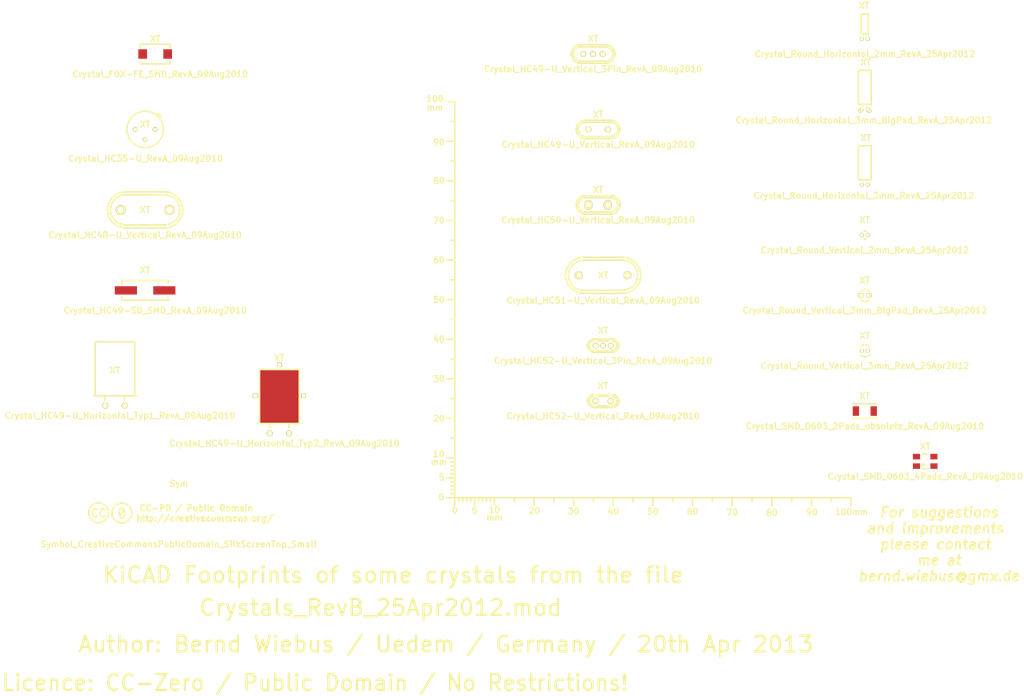
<source format=kicad_pcb>
(kicad_pcb (version 3) (host pcbnew "(2013-03-30 BZR 4007)-stable")

  (general
    (links 0)
    (no_connects 0)
    (area 9.7636 15.83182 283.193066 191.10007)
    (thickness 1.6002)
    (drawings 6)
    (tracks 0)
    (zones 0)
    (modules 22)
    (nets 1)
  )

  (page A4)
  (layers
    (15 Vorderseite signal)
    (0 Rückseite signal)
    (16 B.Adhes user)
    (17 F.Adhes user)
    (18 B.Paste user)
    (19 F.Paste user)
    (20 B.SilkS user)
    (21 F.SilkS user)
    (22 B.Mask user)
    (23 F.Mask user)
    (24 Dwgs.User user)
    (25 Cmts.User user)
    (26 Eco1.User user)
    (27 Eco2.User user)
    (28 Edge.Cuts user)
  )

  (setup
    (last_trace_width 0.2032)
    (trace_clearance 0.254)
    (zone_clearance 0.508)
    (zone_45_only no)
    (trace_min 0.2032)
    (segment_width 0.381)
    (edge_width 0.381)
    (via_size 0.889)
    (via_drill 0.635)
    (via_min_size 0.889)
    (via_min_drill 0.508)
    (uvia_size 0.508)
    (uvia_drill 0.127)
    (uvias_allowed no)
    (uvia_min_size 0.508)
    (uvia_min_drill 0.127)
    (pcb_text_width 0.3048)
    (pcb_text_size 1.524 2.032)
    (mod_edge_width 0.381)
    (mod_text_size 1.524 1.524)
    (mod_text_width 0.3048)
    (pad_size 1.50114 1.00076)
    (pad_drill 0.59944)
    (pad_to_mask_clearance 0.254)
    (aux_axis_origin 0 0)
    (visible_elements 7FFFFFFF)
    (pcbplotparams
      (layerselection 3178497)
      (usegerberextensions true)
      (excludeedgelayer true)
      (linewidth 60)
      (plotframeref false)
      (viasonmask false)
      (mode 1)
      (useauxorigin false)
      (hpglpennumber 1)
      (hpglpenspeed 20)
      (hpglpendiameter 15)
      (hpglpenoverlay 0)
      (psnegative false)
      (psa4output false)
      (plotreference true)
      (plotvalue true)
      (plotothertext true)
      (plotinvisibletext false)
      (padsonsilk false)
      (subtractmaskfromsilk false)
      (outputformat 1)
      (mirror false)
      (drillshape 1)
      (scaleselection 1)
      (outputdirectory ""))
  )

  (net 0 "")

  (net_class Default "Dies ist die voreingestellte Netzklasse."
    (clearance 0.254)
    (trace_width 0.2032)
    (via_dia 0.889)
    (via_drill 0.635)
    (uvia_dia 0.508)
    (uvia_drill 0.127)
    (add_net "")
  )

  (module Gauge_100mm_Type2_SilkScreenTop_RevA_Date22Jun2010 (layer Vorderseite) (tedit 4D963937) (tstamp 4D88F07A)
    (at 132.75056 141.2494)
    (descr "Gauge, Massstab, 100mm, SilkScreenTop, Type 2,")
    (tags "Gauge, Massstab, 100mm, SilkScreenTop, Type 2,")
    (path Gauge_100mm_Type2_SilkScreenTop_RevA_Date22Jun2010)
    (fp_text reference MSC (at 4.0005 8.99922) (layer F.SilkS) hide
      (effects (font (size 1.524 1.524) (thickness 0.3048)))
    )
    (fp_text value Gauge_100mm_Type2_SilkScreenTop_RevA_Date22Jun2010 (at 45.9994 8.99922) (layer F.SilkS) hide
      (effects (font (size 1.524 1.524) (thickness 0.3048)))
    )
    (fp_text user mm (at 9.99998 5.00126) (layer F.SilkS)
      (effects (font (size 1.524 1.524) (thickness 0.3048)))
    )
    (fp_text user mm (at -4.0005 -8.99922) (layer F.SilkS)
      (effects (font (size 1.524 1.524) (thickness 0.3048)))
    )
    (fp_text user mm (at -5.00126 -98.5012) (layer F.SilkS)
      (effects (font (size 1.524 1.524) (thickness 0.3048)))
    )
    (fp_text user 10 (at 10.00506 3.0988) (layer F.SilkS)
      (effects (font (size 1.50114 1.50114) (thickness 0.29972)))
    )
    (fp_text user 0 (at 0.00508 3.19786) (layer F.SilkS)
      (effects (font (size 1.39954 1.50114) (thickness 0.29972)))
    )
    (fp_text user 5 (at 5.0038 3.29946) (layer F.SilkS)
      (effects (font (size 1.50114 1.50114) (thickness 0.29972)))
    )
    (fp_text user 20 (at 20.1041 3.29946) (layer F.SilkS)
      (effects (font (size 1.50114 1.50114) (thickness 0.29972)))
    )
    (fp_text user 30 (at 30.00502 3.39852) (layer F.SilkS)
      (effects (font (size 1.50114 1.50114) (thickness 0.29972)))
    )
    (fp_text user 40 (at 40.005 3.50012) (layer F.SilkS)
      (effects (font (size 1.50114 1.50114) (thickness 0.29972)))
    )
    (fp_text user 50 (at 50.00498 3.50012) (layer F.SilkS)
      (effects (font (size 1.50114 1.50114) (thickness 0.29972)))
    )
    (fp_text user 60 (at 60.00496 3.50012) (layer F.SilkS)
      (effects (font (size 1.50114 1.50114) (thickness 0.29972)))
    )
    (fp_text user 70 (at 70.00494 3.70078) (layer F.SilkS)
      (effects (font (size 1.50114 1.50114) (thickness 0.29972)))
    )
    (fp_text user 80 (at 80.00492 3.79984) (layer F.SilkS)
      (effects (font (size 1.50114 1.50114) (thickness 0.29972)))
    )
    (fp_text user 90 (at 90.1065 3.60172) (layer F.SilkS)
      (effects (font (size 1.50114 1.50114) (thickness 0.29972)))
    )
    (fp_text user 100mm (at 100.10648 3.60172) (layer F.SilkS)
      (effects (font (size 1.50114 1.50114) (thickness 0.29972)))
    )
    (fp_line (start 0 -8.99922) (end -1.00076 -8.99922) (layer F.SilkS) (width 0.381))
    (fp_line (start 0 -8.001) (end -1.00076 -8.001) (layer F.SilkS) (width 0.381))
    (fp_line (start 0 -7.00024) (end -1.00076 -7.00024) (layer F.SilkS) (width 0.381))
    (fp_line (start 0 -5.99948) (end -1.00076 -5.99948) (layer F.SilkS) (width 0.381))
    (fp_line (start 0 -4.0005) (end -1.00076 -4.0005) (layer F.SilkS) (width 0.381))
    (fp_line (start 0 -2.99974) (end -1.00076 -2.99974) (layer F.SilkS) (width 0.381))
    (fp_line (start 0 -1.99898) (end -1.00076 -1.99898) (layer F.SilkS) (width 0.381))
    (fp_line (start 0 -1.00076) (end -1.00076 -1.00076) (layer F.SilkS) (width 0.381))
    (fp_line (start 0 0) (end -1.99898 0) (layer F.SilkS) (width 0.381))
    (fp_line (start 0 -5.00126) (end -1.99898 -5.00126) (layer F.SilkS) (width 0.381))
    (fp_line (start 0 -9.99998) (end -1.99898 -9.99998) (layer F.SilkS) (width 0.381))
    (fp_line (start 0 -15.00124) (end -1.00076 -15.00124) (layer F.SilkS) (width 0.381))
    (fp_line (start 0 -19.99996) (end -1.99898 -19.99996) (layer F.SilkS) (width 0.381))
    (fp_line (start 0 -25.00122) (end -1.00076 -25.00122) (layer F.SilkS) (width 0.381))
    (fp_line (start 0 -29.99994) (end -1.99898 -29.99994) (layer F.SilkS) (width 0.381))
    (fp_line (start 0 -35.0012) (end -1.00076 -35.0012) (layer F.SilkS) (width 0.381))
    (fp_line (start 0 -39.99992) (end -1.99898 -39.99992) (layer F.SilkS) (width 0.381))
    (fp_line (start 0 -45.00118) (end -1.00076 -45.00118) (layer F.SilkS) (width 0.381))
    (fp_line (start 0 -49.9999) (end -1.99898 -49.9999) (layer F.SilkS) (width 0.381))
    (fp_line (start 0 -55.00116) (end -1.00076 -55.00116) (layer F.SilkS) (width 0.381))
    (fp_line (start 0 -59.99988) (end -1.99898 -59.99988) (layer F.SilkS) (width 0.381))
    (fp_line (start 0 -65.00114) (end -1.00076 -65.00114) (layer F.SilkS) (width 0.381))
    (fp_line (start 0 -69.99986) (end -1.99898 -69.99986) (layer F.SilkS) (width 0.381))
    (fp_line (start 0 -75.00112) (end -1.00076 -75.00112) (layer F.SilkS) (width 0.381))
    (fp_line (start 0 -79.99984) (end -1.99898 -79.99984) (layer F.SilkS) (width 0.381))
    (fp_line (start 0 -85.0011) (end -1.00076 -85.0011) (layer F.SilkS) (width 0.381))
    (fp_line (start 0 -89.99982) (end -1.99898 -89.99982) (layer F.SilkS) (width 0.381))
    (fp_line (start 0 -95.00108) (end -1.00076 -95.00108) (layer F.SilkS) (width 0.381))
    (fp_line (start 0 0) (end 0 -99.9998) (layer F.SilkS) (width 0.381))
    (fp_line (start 0 -99.9998) (end -1.99898 -99.9998) (layer F.SilkS) (width 0.381))
    (fp_text user 100 (at -4.99872 -100.7491) (layer F.SilkS)
      (effects (font (size 1.50114 1.50114) (thickness 0.29972)))
    )
    (fp_text user 90 (at -4.0005 -89.7509) (layer F.SilkS)
      (effects (font (size 1.50114 1.50114) (thickness 0.29972)))
    )
    (fp_text user 80 (at -4.0005 -79.99984) (layer F.SilkS)
      (effects (font (size 1.50114 1.50114) (thickness 0.29972)))
    )
    (fp_text user 70 (at -4.0005 -69.99986) (layer F.SilkS)
      (effects (font (size 1.50114 1.50114) (thickness 0.29972)))
    )
    (fp_text user 60 (at -4.0005 -59.99988) (layer F.SilkS)
      (effects (font (size 1.50114 1.50114) (thickness 0.29972)))
    )
    (fp_text user 50 (at -4.0005 -49.9999) (layer F.SilkS)
      (effects (font (size 1.50114 1.50114) (thickness 0.34036)))
    )
    (fp_text user 40 (at -4.0005 -39.99992) (layer F.SilkS)
      (effects (font (size 1.50114 1.50114) (thickness 0.29972)))
    )
    (fp_text user 30 (at -4.0005 -29.99994) (layer F.SilkS)
      (effects (font (size 1.50114 1.50114) (thickness 0.29972)))
    )
    (fp_text user 20 (at -4.0005 -19.99996) (layer F.SilkS)
      (effects (font (size 1.50114 1.50114) (thickness 0.29972)))
    )
    (fp_line (start 95.00108 0) (end 95.00108 1.00076) (layer F.SilkS) (width 0.381))
    (fp_line (start 89.99982 0) (end 89.99982 1.99898) (layer F.SilkS) (width 0.381))
    (fp_line (start 85.0011 0) (end 85.0011 1.00076) (layer F.SilkS) (width 0.381))
    (fp_line (start 79.99984 0) (end 79.99984 1.99898) (layer F.SilkS) (width 0.381))
    (fp_line (start 75.00112 0) (end 75.00112 1.00076) (layer F.SilkS) (width 0.381))
    (fp_line (start 69.99986 0) (end 69.99986 1.99898) (layer F.SilkS) (width 0.381))
    (fp_line (start 65.00114 0) (end 65.00114 1.00076) (layer F.SilkS) (width 0.381))
    (fp_line (start 59.99988 0) (end 59.99988 1.99898) (layer F.SilkS) (width 0.381))
    (fp_line (start 55.00116 0) (end 55.00116 1.00076) (layer F.SilkS) (width 0.381))
    (fp_line (start 49.9999 0) (end 49.9999 1.99898) (layer F.SilkS) (width 0.381))
    (fp_line (start 45.00118 0) (end 45.00118 1.00076) (layer F.SilkS) (width 0.381))
    (fp_line (start 39.99992 0) (end 39.99992 1.99898) (layer F.SilkS) (width 0.381))
    (fp_line (start 35.0012 0) (end 35.0012 1.00076) (layer F.SilkS) (width 0.381))
    (fp_line (start 29.99994 0) (end 29.99994 1.99898) (layer F.SilkS) (width 0.381))
    (fp_line (start 25.00122 0) (end 25.00122 1.00076) (layer F.SilkS) (width 0.381))
    (fp_line (start 19.99996 0) (end 19.99996 1.99898) (layer F.SilkS) (width 0.381))
    (fp_line (start 15.00124 0) (end 15.00124 1.00076) (layer F.SilkS) (width 0.381))
    (fp_line (start 9.99998 0) (end 99.9998 0) (layer F.SilkS) (width 0.381))
    (fp_line (start 99.9998 0) (end 99.9998 1.99898) (layer F.SilkS) (width 0.381))
    (fp_text user 5 (at -3.302 -5.10286) (layer F.SilkS)
      (effects (font (size 1.50114 1.50114) (thickness 0.29972)))
    )
    (fp_text user 0 (at -3.4036 -0.10414) (layer F.SilkS)
      (effects (font (size 1.50114 1.50114) (thickness 0.29972)))
    )
    (fp_text user 10 (at -4.0005 -11.00074) (layer F.SilkS)
      (effects (font (size 1.50114 1.50114) (thickness 0.29972)))
    )
    (fp_line (start 8.99922 0) (end 8.99922 1.00076) (layer F.SilkS) (width 0.381))
    (fp_line (start 8.001 0) (end 8.001 1.00076) (layer F.SilkS) (width 0.381))
    (fp_line (start 7.00024 0) (end 7.00024 1.00076) (layer F.SilkS) (width 0.381))
    (fp_line (start 5.99948 0) (end 5.99948 1.00076) (layer F.SilkS) (width 0.381))
    (fp_line (start 4.0005 0) (end 4.0005 1.00076) (layer F.SilkS) (width 0.381))
    (fp_line (start 2.99974 0) (end 2.99974 1.00076) (layer F.SilkS) (width 0.381))
    (fp_line (start 1.99898 0) (end 1.99898 1.00076) (layer F.SilkS) (width 0.381))
    (fp_line (start 1.00076 0) (end 1.00076 1.00076) (layer F.SilkS) (width 0.381))
    (fp_line (start 5.00126 0) (end 5.00126 1.99898) (layer F.SilkS) (width 0.381))
    (fp_line (start 0 0) (end 0 1.99898) (layer F.SilkS) (width 0.381))
    (fp_line (start 0 0) (end 9.99998 0) (layer F.SilkS) (width 0.381))
    (fp_line (start 9.99998 0) (end 9.99998 1.99898) (layer F.SilkS) (width 0.381))
  )

  (module Crystal_FOX-FE_SMD_RevA_09Aug2010 (layer Vorderseite) (tedit 4F98772B) (tstamp 4F987633)
    (at 57.15 29.21)
    (descr "Crystal, Quarz, FE, SMD, Vendor Fox,")
    (tags "Crystal, Quarz, FE, SMD, Vendor Fox,")
    (fp_text reference XT (at 0 -3.81) (layer F.SilkS)
      (effects (font (size 1.524 1.524) (thickness 0.3048)))
    )
    (fp_text value Crystal_FOX-FE_SMD_RevA_09Aug2010 (at 1.27 5.08) (layer F.SilkS)
      (effects (font (size 1.524 1.524) (thickness 0.3048)))
    )
    (fp_line (start -3.74904 2.49936) (end -3.74904 1.69926) (layer F.SilkS) (width 0.381))
    (fp_line (start -3.74904 -2.49936) (end -3.74904 -1.69926) (layer F.SilkS) (width 0.381))
    (fp_line (start 3.74904 -2.49936) (end 3.74904 -1.69926) (layer F.SilkS) (width 0.381))
    (fp_line (start 3.74904 2.49936) (end 3.74904 1.69926) (layer F.SilkS) (width 0.381))
    (fp_line (start -3.74904 2.49936) (end 3.74904 2.49936) (layer F.SilkS) (width 0.381))
    (fp_line (start 3.74904 -2.49936) (end -3.74904 -2.49936) (layer F.SilkS) (width 0.381))
    (pad 1 smd rect (at -3.1496 0) (size 2.19964 2.4003)
      (layers Vorderseite F.Paste F.Mask)
    )
    (pad 2 smd rect (at 3.1496 0) (size 2.19964 2.4003)
      (layers Vorderseite F.Paste F.Mask)
    )
  )

  (module Crystal_HC35-U_RevA_09Aug2010 (layer Vorderseite) (tedit 4C6036D7) (tstamp 4F98763B)
    (at 54.61 48.26)
    (descr "Crystal, Quarz, HC35/U,")
    (tags "Crystal, Quarz, HC35/U,")
    (fp_text reference XT (at 0 -1.27) (layer F.SilkS)
      (effects (font (size 1.524 1.524) (thickness 0.3048)))
    )
    (fp_text value Crystal_HC35-U_RevA_09Aug2010 (at 0.09906 7.35076) (layer F.SilkS)
      (effects (font (size 1.524 1.524) (thickness 0.3048)))
    )
    (fp_line (start 2.90068 -3.50012) (end 3.40106 -4.09956) (layer F.SilkS) (width 0.381))
    (fp_line (start 3.40106 -4.09956) (end 4.0005 -3.40106) (layer F.SilkS) (width 0.381))
    (fp_line (start 4.0005 -3.40106) (end 3.50012 -2.99974) (layer F.SilkS) (width 0.381))
    (fp_circle (center 0 0) (end 4.59994 0) (layer F.SilkS) (width 0.381))
    (pad 1 thru_hole circle (at -2.49936 0) (size 1.19888 1.19888) (drill 0.59944)
      (layers *.Cu *.Mask F.SilkS)
    )
    (pad 2 thru_hole circle (at 2.49936 0) (size 1.19888 1.19888) (drill 0.59944)
      (layers *.Cu *.Mask F.SilkS)
    )
    (pad 3 thru_hole circle (at 0 2.49936) (size 1.19888 1.19888) (drill 0.59944)
      (layers *.Cu *.Mask F.SilkS)
    )
  )

  (module Crystal_HC48-U_Vertical_RevA_09Aug2010 (layer Vorderseite) (tedit 4C6027A2) (tstamp 4F98764D)
    (at 54.61 68.58)
    (descr "Crystal, Quarz, HC48/U, vertical, stehend,")
    (tags "Crystal, Quarz, HC48/U, vertical, stehend,")
    (fp_text reference XT (at 0 0) (layer F.SilkS)
      (effects (font (size 1.524 1.524) (thickness 0.3048)))
    )
    (fp_text value Crystal_HC48-U_Vertical_RevA_09Aug2010 (at 0 6.35) (layer F.SilkS)
      (effects (font (size 1.524 1.524) (thickness 0.3048)))
    )
    (fp_line (start -5.15112 -3.79984) (end 5.04952 -3.85064) (layer F.SilkS) (width 0.381))
    (fp_line (start 5.04952 -3.85064) (end 5.64896 -3.74904) (layer F.SilkS) (width 0.381))
    (fp_line (start 5.64896 -3.74904) (end 6.49986 -3.50012) (layer F.SilkS) (width 0.381))
    (fp_line (start 6.49986 -3.50012) (end 7.2009 -3.0988) (layer F.SilkS) (width 0.381))
    (fp_line (start 7.2009 -3.0988) (end 8.04926 -2.25044) (layer F.SilkS) (width 0.381))
    (fp_line (start 8.04926 -2.25044) (end 8.49884 -1.39954) (layer F.SilkS) (width 0.381))
    (fp_line (start 8.49884 -1.39954) (end 8.6995 -0.55118) (layer F.SilkS) (width 0.381))
    (fp_line (start 8.6995 -0.55118) (end 8.7503 0.09906) (layer F.SilkS) (width 0.381))
    (fp_line (start 8.7503 0.09906) (end 8.49884 1.34874) (layer F.SilkS) (width 0.381))
    (fp_line (start 8.49884 1.34874) (end 8.04926 2.19964) (layer F.SilkS) (width 0.381))
    (fp_line (start 8.04926 2.19964) (end 7.44982 2.84988) (layer F.SilkS) (width 0.381))
    (fp_line (start 7.44982 2.84988) (end 6.70052 3.35026) (layer F.SilkS) (width 0.381))
    (fp_line (start 6.70052 3.35026) (end 5.64896 3.70078) (layer F.SilkS) (width 0.381))
    (fp_line (start 5.64896 3.70078) (end 4.8006 3.79984) (layer F.SilkS) (width 0.381))
    (fp_line (start 4.8006 3.79984) (end -5.00126 3.79984) (layer F.SilkS) (width 0.381))
    (fp_line (start -5.00126 3.79984) (end -5.95122 3.64998) (layer F.SilkS) (width 0.381))
    (fp_line (start -5.95122 3.64998) (end -6.70052 3.35026) (layer F.SilkS) (width 0.381))
    (fp_line (start -6.70052 3.35026) (end -7.35076 2.94894) (layer F.SilkS) (width 0.381))
    (fp_line (start -7.35076 2.94894) (end -7.8994 2.3495) (layer F.SilkS) (width 0.381))
    (fp_line (start -7.8994 2.3495) (end -8.45058 1.45034) (layer F.SilkS) (width 0.381))
    (fp_line (start -8.45058 1.45034) (end -8.65124 0.89916) (layer F.SilkS) (width 0.381))
    (fp_line (start -8.65124 0.89916) (end -8.7503 -0.20066) (layer F.SilkS) (width 0.381))
    (fp_line (start -8.7503 -0.20066) (end -8.54964 -1.24968) (layer F.SilkS) (width 0.381))
    (fp_line (start -8.54964 -1.24968) (end -8.10006 -2.14884) (layer F.SilkS) (width 0.381))
    (fp_line (start -8.10006 -2.14884) (end -7.35076 -2.94894) (layer F.SilkS) (width 0.381))
    (fp_line (start -7.35076 -2.94894) (end -6.55066 -3.44932) (layer F.SilkS) (width 0.381))
    (fp_line (start -6.55066 -3.44932) (end -5.75056 -3.74904) (layer F.SilkS) (width 0.381))
    (fp_line (start -5.75056 -3.74904) (end -5.10032 -3.79984) (layer F.SilkS) (width 0.381))
    (fp_line (start 5.10032 4.54914) (end -4.84886 4.54914) (layer F.SilkS) (width 0.381))
    (fp_line (start -4.84886 4.54914) (end -5.5499 4.50088) (layer F.SilkS) (width 0.381))
    (fp_line (start -5.5499 4.50088) (end -6.49986 4.30022) (layer F.SilkS) (width 0.381))
    (fp_line (start -6.49986 4.30022) (end -7.24916 3.8989) (layer F.SilkS) (width 0.381))
    (fp_line (start -7.24916 3.8989) (end -8.001 3.35026) (layer F.SilkS) (width 0.381))
    (fp_line (start -8.001 3.35026) (end -8.6995 2.60096) (layer F.SilkS) (width 0.381))
    (fp_line (start -8.6995 2.60096) (end -9.19988 1.5494) (layer F.SilkS) (width 0.381))
    (fp_line (start -9.19988 1.5494) (end -9.4488 0.65024) (layer F.SilkS) (width 0.381))
    (fp_line (start -9.4488 0.65024) (end -9.5504 0) (layer F.SilkS) (width 0.381))
    (fp_line (start -9.5504 0) (end -9.4488 -0.8001) (layer F.SilkS) (width 0.381))
    (fp_line (start -9.4488 -0.8001) (end -9.10082 -1.84912) (layer F.SilkS) (width 0.381))
    (fp_line (start -9.10082 -1.84912) (end -8.60044 -2.70002) (layer F.SilkS) (width 0.381))
    (fp_line (start -8.60044 -2.70002) (end -8.15086 -3.2512) (layer F.SilkS) (width 0.381))
    (fp_line (start -8.15086 -3.2512) (end -7.44982 -3.79984) (layer F.SilkS) (width 0.381))
    (fp_line (start -7.44982 -3.79984) (end -6.59892 -4.24942) (layer F.SilkS) (width 0.381))
    (fp_line (start -6.59892 -4.24942) (end -5.79882 -4.45008) (layer F.SilkS) (width 0.381))
    (fp_line (start -5.79882 -4.45008) (end -5.04952 -4.54914) (layer F.SilkS) (width 0.381))
    (fp_line (start -5.04952 -4.54914) (end 5.10032 -4.54914) (layer F.SilkS) (width 0.381))
    (fp_line (start 5.10032 -4.54914) (end 6.05028 -4.45008) (layer F.SilkS) (width 0.381))
    (fp_line (start 6.05028 -4.45008) (end 6.90118 -4.09956) (layer F.SilkS) (width 0.381))
    (fp_line (start 6.90118 -4.09956) (end 7.80034 -3.55092) (layer F.SilkS) (width 0.381))
    (fp_line (start 7.80034 -3.55092) (end 8.39978 -2.94894) (layer F.SilkS) (width 0.381))
    (fp_line (start 8.39978 -2.94894) (end 9.19988 -1.651) (layer F.SilkS) (width 0.381))
    (fp_line (start 9.19988 -1.651) (end 9.4488 -0.65024) (layer F.SilkS) (width 0.381))
    (fp_line (start 9.4488 -0.65024) (end 9.4996 0.24892) (layer F.SilkS) (width 0.381))
    (fp_line (start 9.4996 0.24892) (end 9.34974 1.15062) (layer F.SilkS) (width 0.381))
    (fp_line (start 9.34974 1.15062) (end 9.10082 1.84912) (layer F.SilkS) (width 0.381))
    (fp_line (start 9.10082 1.84912) (end 8.65124 2.60096) (layer F.SilkS) (width 0.381))
    (fp_line (start 8.65124 2.60096) (end 8.001 3.35026) (layer F.SilkS) (width 0.381))
    (fp_line (start 8.001 3.35026) (end 7.54888 3.74904) (layer F.SilkS) (width 0.381))
    (fp_line (start 7.54888 3.74904) (end 6.74878 4.15036) (layer F.SilkS) (width 0.381))
    (fp_line (start 6.74878 4.15036) (end 5.84962 4.45008) (layer F.SilkS) (width 0.381))
    (fp_line (start 5.84962 4.45008) (end 5.10032 4.54914) (layer F.SilkS) (width 0.381))
    (pad 1 thru_hole circle (at -6.14934 0) (size 2.49936 2.49936) (drill 1.50114)
      (layers *.Cu *.Mask F.SilkS)
    )
    (pad 2 thru_hole circle (at 6.14934 0) (size 2.49936 2.49936) (drill 1.50114)
      (layers *.Cu *.Mask F.SilkS)
    )
  )

  (module Crystal_HC49-SD_SMD_RevA_09Aug2010 (layer Vorderseite) (tedit 4C603ED2) (tstamp 4F987657)
    (at 54.61 88.9)
    (descr "Crystal, Quarz, HC49-SD, SMD,")
    (tags "Crystal, Quarz, HC49-SD, SMD,")
    (fp_text reference XT (at 0 -5.08) (layer F.SilkS)
      (effects (font (size 1.524 1.524) (thickness 0.3048)))
    )
    (fp_text value Crystal_HC49-SD_SMD_RevA_09Aug2010 (at 2.54 5.08) (layer F.SilkS)
      (effects (font (size 1.524 1.524) (thickness 0.3048)))
    )
    (fp_line (start -5.84962 2.49936) (end 5.84962 2.49936) (layer F.SilkS) (width 0.381))
    (fp_line (start 5.84962 -2.49936) (end -5.84962 -2.49936) (layer F.SilkS) (width 0.381))
    (fp_line (start 5.84962 2.49936) (end 5.84962 1.651) (layer F.SilkS) (width 0.381))
    (fp_line (start 5.84962 -2.49936) (end 5.84962 -1.651) (layer F.SilkS) (width 0.381))
    (fp_line (start -5.84962 2.49936) (end -5.84962 1.651) (layer F.SilkS) (width 0.381))
    (fp_line (start -5.84962 -2.49936) (end -5.84962 -1.651) (layer F.SilkS) (width 0.381))
    (pad 1 smd rect (at -4.84886 0) (size 5.6007 2.10058)
      (layers Vorderseite F.Paste F.Mask)
    )
    (pad 2 smd rect (at 4.84886 0) (size 5.6007 2.10058)
      (layers Vorderseite F.Paste F.Mask)
    )
  )

  (module Crystal_HC49-U_Horizontal_Typ1_RevA_09Aug2010 (layer Vorderseite) (tedit 4C602D51) (tstamp 4F98765E)
    (at 47 118)
    (descr "Crystal, Quarz, HC49/U, horizontal, liegend, Typ I,")
    (tags "Crystal, Quarz, HC49/U, horizontal, liegend, Typ I,")
    (fp_text reference XT (at 0 -8.89) (layer F.SilkS)
      (effects (font (size 1.524 1.524) (thickness 0.3048)))
    )
    (fp_text value Crystal_HC49-U_Horizontal_Typ1_RevA_09Aug2010 (at 1.27 2.54) (layer F.SilkS)
      (effects (font (size 1.524 1.524) (thickness 0.3048)))
    )
    (fp_line (start 2.4003 -1.39954) (end 2.4003 -2.49936) (layer F.SilkS) (width 0.381))
    (fp_line (start -2.49936 -1.39954) (end -2.49936 -2.49936) (layer F.SilkS) (width 0.381))
    (fp_line (start -5.00126 -2.49936) (end -5.00126 -16.10106) (layer F.SilkS) (width 0.381))
    (fp_line (start -5.00126 -16.10106) (end 5.00126 -16.10106) (layer F.SilkS) (width 0.381))
    (fp_line (start 5.00126 -16.10106) (end 5.00126 -2.49936) (layer F.SilkS) (width 0.381))
    (fp_line (start -5.4991 -2.49936) (end 5.4991 -2.49936) (layer F.SilkS) (width 0.381))
    (pad 1 thru_hole circle (at -2.44094 0) (size 1.50114 1.50114) (drill 0.8001)
      (layers *.Cu *.Mask F.SilkS)
    )
    (pad 2 thru_hole circle (at 2.44094 0) (size 1.50114 1.50114) (drill 0.8001)
      (layers *.Cu *.Mask F.SilkS)
    )
  )

  (module Crystal_HC49-U_Horizontal_Typ2_RevA_09Aug2010 (layer Vorderseite) (tedit 4C602FB1) (tstamp 4F987667)
    (at 88.5 125)
    (descr "Crystal, Quarz, HC49/U, horizontal, liegend, Typ II,")
    (tags "Crystal, Quarz, HC49/U, horizontal, liegend, Typ II,")
    (fp_text reference XT (at 0 -19.05) (layer F.SilkS)
      (effects (font (size 1.524 1.524) (thickness 0.3048)))
    )
    (fp_text value Crystal_HC49-U_Horizontal_Typ2_RevA_09Aug2010 (at 1.27 2.54) (layer F.SilkS)
      (effects (font (size 1.524 1.524) (thickness 0.3048)))
    )
    (fp_line (start 2.4003 -1.39954) (end 2.4003 -2.49936) (layer F.SilkS) (width 0.381))
    (fp_line (start -2.49936 -1.39954) (end -2.49936 -2.49936) (layer F.SilkS) (width 0.381))
    (fp_line (start -5.00126 -2.49936) (end -5.00126 -16.10106) (layer F.SilkS) (width 0.381))
    (fp_line (start -5.00126 -16.10106) (end 5.00126 -16.10106) (layer F.SilkS) (width 0.381))
    (fp_line (start 5.00126 -16.10106) (end 5.00126 -2.49936) (layer F.SilkS) (width 0.381))
    (fp_line (start -5.4991 -2.49936) (end 5.4991 -2.49936) (layer F.SilkS) (width 0.381))
    (pad 1 thru_hole circle (at -2.44094 0) (size 1.50114 1.50114) (drill 0.8001)
      (layers *.Cu *.Mask F.SilkS)
    )
    (pad 2 thru_hole circle (at 2.44094 0) (size 1.50114 1.50114) (drill 0.8001)
      (layers *.Cu *.Mask F.SilkS)
    )
    (pad 3 smd rect (at 0 -9.40054) (size 9.99998 13.5001)
      (layers Vorderseite F.Paste F.Mask)
    )
    (pad 3 thru_hole rect (at 6.10108 -9.4996) (size 1.19888 1.19888) (drill 0.8001)
      (layers *.Cu *.Mask F.SilkS)
    )
    (pad 3 thru_hole rect (at -6.10108 -9.4996) (size 1.19888 1.19888) (drill 0.8001)
      (layers *.Cu *.Mask F.SilkS)
    )
    (pad 3 thru_hole rect (at 0 -17.29994) (size 1.19888 1.19888) (drill 0.8001)
      (layers *.Cu *.Mask F.SilkS)
    )
  )

  (module Crystal_HC49-U_Vertical_3Pin_RevA_09Aug2010 (layer Vorderseite) (tedit 4C603017) (tstamp 4F987672)
    (at 167.64 29.21)
    (descr "Crystal, Quarz, HC49/U, vertical, stehend, 3 Pin,")
    (tags "Crystal, Quarz, HC49/U, vertical, stehend, 3 Pin,")
    (fp_text reference XT (at 0 -3.81) (layer F.SilkS)
      (effects (font (size 1.524 1.524) (thickness 0.3048)))
    )
    (fp_text value Crystal_HC49-U_Vertical_3Pin_RevA_09Aug2010 (at 0 3.81) (layer F.SilkS)
      (effects (font (size 1.524 1.524) (thickness 0.3048)))
    )
    (fp_line (start 4.699 -1.00076) (end 4.89966 -0.59944) (layer F.SilkS) (width 0.381))
    (fp_line (start 4.89966 -0.59944) (end 5.00126 0) (layer F.SilkS) (width 0.381))
    (fp_line (start 5.00126 0) (end 4.89966 0.50038) (layer F.SilkS) (width 0.381))
    (fp_line (start 4.89966 0.50038) (end 4.50088 1.19888) (layer F.SilkS) (width 0.381))
    (fp_line (start 4.50088 1.19888) (end 3.8989 1.6002) (layer F.SilkS) (width 0.381))
    (fp_line (start 3.8989 1.6002) (end 3.29946 1.80086) (layer F.SilkS) (width 0.381))
    (fp_line (start 3.29946 1.80086) (end -3.29946 1.80086) (layer F.SilkS) (width 0.381))
    (fp_line (start -3.29946 1.80086) (end -4.0005 1.6002) (layer F.SilkS) (width 0.381))
    (fp_line (start -4.0005 1.6002) (end -4.39928 1.30048) (layer F.SilkS) (width 0.381))
    (fp_line (start -4.39928 1.30048) (end -4.8006 0.8001) (layer F.SilkS) (width 0.381))
    (fp_line (start -4.8006 0.8001) (end -5.00126 0.20066) (layer F.SilkS) (width 0.381))
    (fp_line (start -5.00126 0.20066) (end -5.00126 -0.29972) (layer F.SilkS) (width 0.381))
    (fp_line (start -5.00126 -0.29972) (end -4.8006 -0.8001) (layer F.SilkS) (width 0.381))
    (fp_line (start -4.8006 -0.8001) (end -4.30022 -1.39954) (layer F.SilkS) (width 0.381))
    (fp_line (start -4.30022 -1.39954) (end -3.79984 -1.69926) (layer F.SilkS) (width 0.381))
    (fp_line (start -3.79984 -1.69926) (end -3.29946 -1.80086) (layer F.SilkS) (width 0.381))
    (fp_line (start -3.2004 -1.80086) (end 3.40106 -1.80086) (layer F.SilkS) (width 0.381))
    (fp_line (start 3.40106 -1.80086) (end 3.79984 -1.69926) (layer F.SilkS) (width 0.381))
    (fp_line (start 3.79984 -1.69926) (end 4.30022 -1.39954) (layer F.SilkS) (width 0.381))
    (fp_line (start 4.30022 -1.39954) (end 4.8006 -0.89916) (layer F.SilkS) (width 0.381))
    (fp_line (start -3.19024 -2.32918) (end -3.64998 -2.28092) (layer F.SilkS) (width 0.381))
    (fp_line (start -3.64998 -2.28092) (end -4.04876 -2.16916) (layer F.SilkS) (width 0.381))
    (fp_line (start -4.04876 -2.16916) (end -4.48056 -1.95072) (layer F.SilkS) (width 0.381))
    (fp_line (start -4.48056 -1.95072) (end -4.77012 -1.71958) (layer F.SilkS) (width 0.381))
    (fp_line (start -4.77012 -1.71958) (end -5.10032 -1.36906) (layer F.SilkS) (width 0.381))
    (fp_line (start -5.10032 -1.36906) (end -5.38988 -0.83058) (layer F.SilkS) (width 0.381))
    (fp_line (start -5.38988 -0.83058) (end -5.51942 -0.23114) (layer F.SilkS) (width 0.381))
    (fp_line (start -5.51942 -0.23114) (end -5.51942 0.2794) (layer F.SilkS) (width 0.381))
    (fp_line (start -5.51942 0.2794) (end -5.34924 0.98044) (layer F.SilkS) (width 0.381))
    (fp_line (start -5.34924 0.98044) (end -4.95046 1.56972) (layer F.SilkS) (width 0.381))
    (fp_line (start -4.95046 1.56972) (end -4.49072 1.94056) (layer F.SilkS) (width 0.381))
    (fp_line (start -4.49072 1.94056) (end -4.06908 2.14884) (layer F.SilkS) (width 0.381))
    (fp_line (start -4.06908 2.14884) (end -3.6195 2.30886) (layer F.SilkS) (width 0.381))
    (fp_line (start -3.6195 2.30886) (end -3.18008 2.33934) (layer F.SilkS) (width 0.381))
    (fp_line (start 4.16052 2.1209) (end 4.53898 1.89992) (layer F.SilkS) (width 0.381))
    (fp_line (start 4.53898 1.89992) (end 4.85902 1.62052) (layer F.SilkS) (width 0.381))
    (fp_line (start 4.85902 1.62052) (end 5.11048 1.29032) (layer F.SilkS) (width 0.381))
    (fp_line (start 5.11048 1.29032) (end 5.4102 0.73914) (layer F.SilkS) (width 0.381))
    (fp_line (start 5.4102 0.73914) (end 5.51942 0.26924) (layer F.SilkS) (width 0.381))
    (fp_line (start 5.51942 0.26924) (end 5.53974 -0.1905) (layer F.SilkS) (width 0.381))
    (fp_line (start 5.53974 -0.1905) (end 5.45084 -0.65024) (layer F.SilkS) (width 0.381))
    (fp_line (start 5.45084 -0.65024) (end 5.26034 -1.09982) (layer F.SilkS) (width 0.381))
    (fp_line (start 5.26034 -1.09982) (end 4.89966 -1.56972) (layer F.SilkS) (width 0.381))
    (fp_line (start 4.89966 -1.56972) (end 4.54914 -1.88976) (layer F.SilkS) (width 0.381))
    (fp_line (start 4.54914 -1.88976) (end 4.16052 -2.1209) (layer F.SilkS) (width 0.381))
    (fp_line (start 4.16052 -2.1209) (end 3.73126 -2.2606) (layer F.SilkS) (width 0.381))
    (fp_line (start 3.73126 -2.2606) (end 3.2893 -2.32918) (layer F.SilkS) (width 0.381))
    (fp_line (start -3.2004 2.32918) (end 3.2512 2.32918) (layer F.SilkS) (width 0.381))
    (fp_line (start 3.2512 2.32918) (end 3.6703 2.29108) (layer F.SilkS) (width 0.381))
    (fp_line (start 3.6703 2.29108) (end 4.16052 2.1209) (layer F.SilkS) (width 0.381))
    (fp_line (start -3.2004 -2.32918) (end 3.2512 -2.32918) (layer F.SilkS) (width 0.381))
    (pad 1 thru_hole circle (at -2.44094 0) (size 1.50114 1.50114) (drill 0.8001)
      (layers *.Cu *.Mask F.SilkS)
    )
    (pad 2 thru_hole circle (at 2.44094 0) (size 1.50114 1.50114) (drill 0.8001)
      (layers *.Cu *.Mask F.SilkS)
    )
    (pad 3 thru_hole circle (at 0 0) (size 1.50114 1.50114) (drill 0.8001)
      (layers *.Cu *.Mask F.SilkS)
    )
  )

  (module Crystal_HC49-U_Vertical_RevA_09Aug2010 (layer Vorderseite) (tedit 4C6023AD) (tstamp 4F98767C)
    (at 168.91 48.26)
    (descr "Crystal, Quarz, HC49/U, vertical, stehend,")
    (tags "Crystal, Quarz, HC49/U, vertical, stehend,")
    (fp_text reference XT (at 0 -3.81) (layer F.SilkS)
      (effects (font (size 1.524 1.524) (thickness 0.3048)))
    )
    (fp_text value Crystal_HC49-U_Vertical_RevA_09Aug2010 (at 0 3.81) (layer F.SilkS)
      (effects (font (size 1.524 1.524) (thickness 0.3048)))
    )
    (fp_line (start 4.699 -1.00076) (end 4.89966 -0.59944) (layer F.SilkS) (width 0.381))
    (fp_line (start 4.89966 -0.59944) (end 5.00126 0) (layer F.SilkS) (width 0.381))
    (fp_line (start 5.00126 0) (end 4.89966 0.50038) (layer F.SilkS) (width 0.381))
    (fp_line (start 4.89966 0.50038) (end 4.50088 1.19888) (layer F.SilkS) (width 0.381))
    (fp_line (start 4.50088 1.19888) (end 3.8989 1.6002) (layer F.SilkS) (width 0.381))
    (fp_line (start 3.8989 1.6002) (end 3.29946 1.80086) (layer F.SilkS) (width 0.381))
    (fp_line (start 3.29946 1.80086) (end -3.29946 1.80086) (layer F.SilkS) (width 0.381))
    (fp_line (start -3.29946 1.80086) (end -4.0005 1.6002) (layer F.SilkS) (width 0.381))
    (fp_line (start -4.0005 1.6002) (end -4.39928 1.30048) (layer F.SilkS) (width 0.381))
    (fp_line (start -4.39928 1.30048) (end -4.8006 0.8001) (layer F.SilkS) (width 0.381))
    (fp_line (start -4.8006 0.8001) (end -5.00126 0.20066) (layer F.SilkS) (width 0.381))
    (fp_line (start -5.00126 0.20066) (end -5.00126 -0.29972) (layer F.SilkS) (width 0.381))
    (fp_line (start -5.00126 -0.29972) (end -4.8006 -0.8001) (layer F.SilkS) (width 0.381))
    (fp_line (start -4.8006 -0.8001) (end -4.30022 -1.39954) (layer F.SilkS) (width 0.381))
    (fp_line (start -4.30022 -1.39954) (end -3.79984 -1.69926) (layer F.SilkS) (width 0.381))
    (fp_line (start -3.79984 -1.69926) (end -3.29946 -1.80086) (layer F.SilkS) (width 0.381))
    (fp_line (start -3.2004 -1.80086) (end 3.40106 -1.80086) (layer F.SilkS) (width 0.381))
    (fp_line (start 3.40106 -1.80086) (end 3.79984 -1.69926) (layer F.SilkS) (width 0.381))
    (fp_line (start 3.79984 -1.69926) (end 4.30022 -1.39954) (layer F.SilkS) (width 0.381))
    (fp_line (start 4.30022 -1.39954) (end 4.8006 -0.89916) (layer F.SilkS) (width 0.381))
    (fp_line (start -3.19024 -2.32918) (end -3.64998 -2.28092) (layer F.SilkS) (width 0.381))
    (fp_line (start -3.64998 -2.28092) (end -4.04876 -2.16916) (layer F.SilkS) (width 0.381))
    (fp_line (start -4.04876 -2.16916) (end -4.48056 -1.95072) (layer F.SilkS) (width 0.381))
    (fp_line (start -4.48056 -1.95072) (end -4.77012 -1.71958) (layer F.SilkS) (width 0.381))
    (fp_line (start -4.77012 -1.71958) (end -5.10032 -1.36906) (layer F.SilkS) (width 0.381))
    (fp_line (start -5.10032 -1.36906) (end -5.38988 -0.83058) (layer F.SilkS) (width 0.381))
    (fp_line (start -5.38988 -0.83058) (end -5.51942 -0.23114) (layer F.SilkS) (width 0.381))
    (fp_line (start -5.51942 -0.23114) (end -5.51942 0.2794) (layer F.SilkS) (width 0.381))
    (fp_line (start -5.51942 0.2794) (end -5.34924 0.98044) (layer F.SilkS) (width 0.381))
    (fp_line (start -5.34924 0.98044) (end -4.95046 1.56972) (layer F.SilkS) (width 0.381))
    (fp_line (start -4.95046 1.56972) (end -4.49072 1.94056) (layer F.SilkS) (width 0.381))
    (fp_line (start -4.49072 1.94056) (end -4.06908 2.14884) (layer F.SilkS) (width 0.381))
    (fp_line (start -4.06908 2.14884) (end -3.6195 2.30886) (layer F.SilkS) (width 0.381))
    (fp_line (start -3.6195 2.30886) (end -3.18008 2.33934) (layer F.SilkS) (width 0.381))
    (fp_line (start 4.16052 2.1209) (end 4.53898 1.89992) (layer F.SilkS) (width 0.381))
    (fp_line (start 4.53898 1.89992) (end 4.85902 1.62052) (layer F.SilkS) (width 0.381))
    (fp_line (start 4.85902 1.62052) (end 5.11048 1.29032) (layer F.SilkS) (width 0.381))
    (fp_line (start 5.11048 1.29032) (end 5.4102 0.73914) (layer F.SilkS) (width 0.381))
    (fp_line (start 5.4102 0.73914) (end 5.51942 0.26924) (layer F.SilkS) (width 0.381))
    (fp_line (start 5.51942 0.26924) (end 5.53974 -0.1905) (layer F.SilkS) (width 0.381))
    (fp_line (start 5.53974 -0.1905) (end 5.45084 -0.65024) (layer F.SilkS) (width 0.381))
    (fp_line (start 5.45084 -0.65024) (end 5.26034 -1.09982) (layer F.SilkS) (width 0.381))
    (fp_line (start 5.26034 -1.09982) (end 4.89966 -1.56972) (layer F.SilkS) (width 0.381))
    (fp_line (start 4.89966 -1.56972) (end 4.54914 -1.88976) (layer F.SilkS) (width 0.381))
    (fp_line (start 4.54914 -1.88976) (end 4.16052 -2.1209) (layer F.SilkS) (width 0.381))
    (fp_line (start 4.16052 -2.1209) (end 3.73126 -2.2606) (layer F.SilkS) (width 0.381))
    (fp_line (start 3.73126 -2.2606) (end 3.2893 -2.32918) (layer F.SilkS) (width 0.381))
    (fp_line (start -3.2004 2.32918) (end 3.2512 2.32918) (layer F.SilkS) (width 0.381))
    (fp_line (start 3.2512 2.32918) (end 3.6703 2.29108) (layer F.SilkS) (width 0.381))
    (fp_line (start 3.6703 2.29108) (end 4.16052 2.1209) (layer F.SilkS) (width 0.381))
    (fp_line (start -3.2004 -2.32918) (end 3.2512 -2.32918) (layer F.SilkS) (width 0.381))
    (pad 1 thru_hole circle (at -2.44094 0) (size 1.50114 1.50114) (drill 0.8001)
      (layers *.Cu *.Mask F.SilkS)
    )
    (pad 2 thru_hole circle (at 2.44094 0) (size 1.50114 1.50114) (drill 0.8001)
      (layers *.Cu *.Mask F.SilkS)
    )
  )

  (module Crystal_HC50-U_Vertical_RevA_09Aug2010 (layer Vorderseite) (tedit 4C6031A6) (tstamp 4F987686)
    (at 168.91 67.31)
    (descr "Crystal, Quarz, HC50/U, vertical, stehend,")
    (tags "Crystal, Quarz, HC50/U, vertical, stehend,")
    (fp_text reference XT (at 0 -3.81) (layer F.SilkS)
      (effects (font (size 1.524 1.524) (thickness 0.3048)))
    )
    (fp_text value Crystal_HC50-U_Vertical_RevA_09Aug2010 (at 0 3.81) (layer F.SilkS)
      (effects (font (size 1.524 1.524) (thickness 0.3048)))
    )
    (fp_line (start 4.699 -1.00076) (end 4.89966 -0.59944) (layer F.SilkS) (width 0.381))
    (fp_line (start 4.89966 -0.59944) (end 5.00126 0) (layer F.SilkS) (width 0.381))
    (fp_line (start 5.00126 0) (end 4.89966 0.50038) (layer F.SilkS) (width 0.381))
    (fp_line (start 4.89966 0.50038) (end 4.50088 1.19888) (layer F.SilkS) (width 0.381))
    (fp_line (start 4.50088 1.19888) (end 3.8989 1.6002) (layer F.SilkS) (width 0.381))
    (fp_line (start 3.8989 1.6002) (end 3.29946 1.80086) (layer F.SilkS) (width 0.381))
    (fp_line (start 3.29946 1.80086) (end -3.29946 1.80086) (layer F.SilkS) (width 0.381))
    (fp_line (start -3.29946 1.80086) (end -4.0005 1.6002) (layer F.SilkS) (width 0.381))
    (fp_line (start -4.0005 1.6002) (end -4.39928 1.30048) (layer F.SilkS) (width 0.381))
    (fp_line (start -4.39928 1.30048) (end -4.8006 0.8001) (layer F.SilkS) (width 0.381))
    (fp_line (start -4.8006 0.8001) (end -5.00126 0.20066) (layer F.SilkS) (width 0.381))
    (fp_line (start -5.00126 0.20066) (end -5.00126 -0.29972) (layer F.SilkS) (width 0.381))
    (fp_line (start -5.00126 -0.29972) (end -4.8006 -0.8001) (layer F.SilkS) (width 0.381))
    (fp_line (start -4.8006 -0.8001) (end -4.30022 -1.39954) (layer F.SilkS) (width 0.381))
    (fp_line (start -4.30022 -1.39954) (end -3.79984 -1.69926) (layer F.SilkS) (width 0.381))
    (fp_line (start -3.79984 -1.69926) (end -3.29946 -1.80086) (layer F.SilkS) (width 0.381))
    (fp_line (start -3.2004 -1.80086) (end 3.40106 -1.80086) (layer F.SilkS) (width 0.381))
    (fp_line (start 3.40106 -1.80086) (end 3.79984 -1.69926) (layer F.SilkS) (width 0.381))
    (fp_line (start 3.79984 -1.69926) (end 4.30022 -1.39954) (layer F.SilkS) (width 0.381))
    (fp_line (start 4.30022 -1.39954) (end 4.8006 -0.89916) (layer F.SilkS) (width 0.381))
    (fp_line (start -3.19024 -2.32918) (end -3.64998 -2.28092) (layer F.SilkS) (width 0.381))
    (fp_line (start -3.64998 -2.28092) (end -4.04876 -2.16916) (layer F.SilkS) (width 0.381))
    (fp_line (start -4.04876 -2.16916) (end -4.48056 -1.95072) (layer F.SilkS) (width 0.381))
    (fp_line (start -4.48056 -1.95072) (end -4.77012 -1.71958) (layer F.SilkS) (width 0.381))
    (fp_line (start -4.77012 -1.71958) (end -5.10032 -1.36906) (layer F.SilkS) (width 0.381))
    (fp_line (start -5.10032 -1.36906) (end -5.38988 -0.83058) (layer F.SilkS) (width 0.381))
    (fp_line (start -5.38988 -0.83058) (end -5.51942 -0.23114) (layer F.SilkS) (width 0.381))
    (fp_line (start -5.51942 -0.23114) (end -5.51942 0.2794) (layer F.SilkS) (width 0.381))
    (fp_line (start -5.51942 0.2794) (end -5.34924 0.98044) (layer F.SilkS) (width 0.381))
    (fp_line (start -5.34924 0.98044) (end -4.95046 1.56972) (layer F.SilkS) (width 0.381))
    (fp_line (start -4.95046 1.56972) (end -4.49072 1.94056) (layer F.SilkS) (width 0.381))
    (fp_line (start -4.49072 1.94056) (end -4.06908 2.14884) (layer F.SilkS) (width 0.381))
    (fp_line (start -4.06908 2.14884) (end -3.6195 2.30886) (layer F.SilkS) (width 0.381))
    (fp_line (start -3.6195 2.30886) (end -3.18008 2.33934) (layer F.SilkS) (width 0.381))
    (fp_line (start 4.16052 2.1209) (end 4.53898 1.89992) (layer F.SilkS) (width 0.381))
    (fp_line (start 4.53898 1.89992) (end 4.85902 1.62052) (layer F.SilkS) (width 0.381))
    (fp_line (start 4.85902 1.62052) (end 5.11048 1.29032) (layer F.SilkS) (width 0.381))
    (fp_line (start 5.11048 1.29032) (end 5.4102 0.73914) (layer F.SilkS) (width 0.381))
    (fp_line (start 5.4102 0.73914) (end 5.51942 0.26924) (layer F.SilkS) (width 0.381))
    (fp_line (start 5.51942 0.26924) (end 5.53974 -0.1905) (layer F.SilkS) (width 0.381))
    (fp_line (start 5.53974 -0.1905) (end 5.45084 -0.65024) (layer F.SilkS) (width 0.381))
    (fp_line (start 5.45084 -0.65024) (end 5.26034 -1.09982) (layer F.SilkS) (width 0.381))
    (fp_line (start 5.26034 -1.09982) (end 4.89966 -1.56972) (layer F.SilkS) (width 0.381))
    (fp_line (start 4.89966 -1.56972) (end 4.54914 -1.88976) (layer F.SilkS) (width 0.381))
    (fp_line (start 4.54914 -1.88976) (end 4.16052 -2.1209) (layer F.SilkS) (width 0.381))
    (fp_line (start 4.16052 -2.1209) (end 3.73126 -2.2606) (layer F.SilkS) (width 0.381))
    (fp_line (start 3.73126 -2.2606) (end 3.2893 -2.32918) (layer F.SilkS) (width 0.381))
    (fp_line (start -3.2004 2.32918) (end 3.2512 2.32918) (layer F.SilkS) (width 0.381))
    (fp_line (start 3.2512 2.32918) (end 3.6703 2.29108) (layer F.SilkS) (width 0.381))
    (fp_line (start 3.6703 2.29108) (end 4.16052 2.1209) (layer F.SilkS) (width 0.381))
    (fp_line (start -3.2004 -2.32918) (end 3.2512 -2.32918) (layer F.SilkS) (width 0.381))
    (pad 1 thru_hole oval (at -2.44094 0) (size 1.99898 2.49936) (drill 1.19888)
      (layers *.Cu *.Mask F.SilkS)
    )
    (pad 2 thru_hole oval (at 2.44094 0) (size 1.99898 2.49936) (drill 1.19888)
      (layers *.Cu *.Mask F.SilkS)
    )
  )

  (module Crystal_HC51-U_Vertical_RevA_09Aug2010 (layer Vorderseite) (tedit 4C6034F5) (tstamp 4F987690)
    (at 170.18 85.09)
    (descr "Crystal, Quarz, HC51/U, vertical, stehend,")
    (tags "Crystal, Quarz, HC51/U, vertical, stehend,")
    (fp_text reference XT (at 0 0) (layer F.SilkS)
      (effects (font (size 1.524 1.524) (thickness 0.3048)))
    )
    (fp_text value Crystal_HC51-U_Vertical_RevA_09Aug2010 (at 0 6.35) (layer F.SilkS)
      (effects (font (size 1.524 1.524) (thickness 0.3048)))
    )
    (fp_line (start -5.15112 -3.79984) (end 5.04952 -3.85064) (layer F.SilkS) (width 0.381))
    (fp_line (start 5.04952 -3.85064) (end 5.64896 -3.74904) (layer F.SilkS) (width 0.381))
    (fp_line (start 5.64896 -3.74904) (end 6.49986 -3.50012) (layer F.SilkS) (width 0.381))
    (fp_line (start 6.49986 -3.50012) (end 7.2009 -3.0988) (layer F.SilkS) (width 0.381))
    (fp_line (start 7.2009 -3.0988) (end 8.04926 -2.25044) (layer F.SilkS) (width 0.381))
    (fp_line (start 8.04926 -2.25044) (end 8.49884 -1.39954) (layer F.SilkS) (width 0.381))
    (fp_line (start 8.49884 -1.39954) (end 8.6995 -0.55118) (layer F.SilkS) (width 0.381))
    (fp_line (start 8.6995 -0.55118) (end 8.7503 0.09906) (layer F.SilkS) (width 0.381))
    (fp_line (start 8.7503 0.09906) (end 8.49884 1.34874) (layer F.SilkS) (width 0.381))
    (fp_line (start 8.49884 1.34874) (end 8.04926 2.19964) (layer F.SilkS) (width 0.381))
    (fp_line (start 8.04926 2.19964) (end 7.44982 2.84988) (layer F.SilkS) (width 0.381))
    (fp_line (start 7.44982 2.84988) (end 6.70052 3.35026) (layer F.SilkS) (width 0.381))
    (fp_line (start 6.70052 3.35026) (end 5.64896 3.70078) (layer F.SilkS) (width 0.381))
    (fp_line (start 5.64896 3.70078) (end 4.8006 3.79984) (layer F.SilkS) (width 0.381))
    (fp_line (start 4.8006 3.79984) (end -5.00126 3.79984) (layer F.SilkS) (width 0.381))
    (fp_line (start -5.00126 3.79984) (end -5.95122 3.64998) (layer F.SilkS) (width 0.381))
    (fp_line (start -5.95122 3.64998) (end -6.70052 3.35026) (layer F.SilkS) (width 0.381))
    (fp_line (start -6.70052 3.35026) (end -7.35076 2.94894) (layer F.SilkS) (width 0.381))
    (fp_line (start -7.35076 2.94894) (end -7.8994 2.3495) (layer F.SilkS) (width 0.381))
    (fp_line (start -7.8994 2.3495) (end -8.45058 1.45034) (layer F.SilkS) (width 0.381))
    (fp_line (start -8.45058 1.45034) (end -8.65124 0.89916) (layer F.SilkS) (width 0.381))
    (fp_line (start -8.65124 0.89916) (end -8.7503 -0.20066) (layer F.SilkS) (width 0.381))
    (fp_line (start -8.7503 -0.20066) (end -8.54964 -1.24968) (layer F.SilkS) (width 0.381))
    (fp_line (start -8.54964 -1.24968) (end -8.10006 -2.14884) (layer F.SilkS) (width 0.381))
    (fp_line (start -8.10006 -2.14884) (end -7.35076 -2.94894) (layer F.SilkS) (width 0.381))
    (fp_line (start -7.35076 -2.94894) (end -6.55066 -3.44932) (layer F.SilkS) (width 0.381))
    (fp_line (start -6.55066 -3.44932) (end -5.75056 -3.74904) (layer F.SilkS) (width 0.381))
    (fp_line (start -5.75056 -3.74904) (end -5.10032 -3.79984) (layer F.SilkS) (width 0.381))
    (fp_line (start 5.10032 4.54914) (end -4.84886 4.54914) (layer F.SilkS) (width 0.381))
    (fp_line (start -4.84886 4.54914) (end -5.5499 4.50088) (layer F.SilkS) (width 0.381))
    (fp_line (start -5.5499 4.50088) (end -6.49986 4.30022) (layer F.SilkS) (width 0.381))
    (fp_line (start -6.49986 4.30022) (end -7.24916 3.8989) (layer F.SilkS) (width 0.381))
    (fp_line (start -7.24916 3.8989) (end -8.001 3.35026) (layer F.SilkS) (width 0.381))
    (fp_line (start -8.001 3.35026) (end -8.6995 2.60096) (layer F.SilkS) (width 0.381))
    (fp_line (start -8.6995 2.60096) (end -9.19988 1.5494) (layer F.SilkS) (width 0.381))
    (fp_line (start -9.19988 1.5494) (end -9.4488 0.65024) (layer F.SilkS) (width 0.381))
    (fp_line (start -9.4488 0.65024) (end -9.5504 0) (layer F.SilkS) (width 0.381))
    (fp_line (start -9.5504 0) (end -9.4488 -0.8001) (layer F.SilkS) (width 0.381))
    (fp_line (start -9.4488 -0.8001) (end -9.10082 -1.84912) (layer F.SilkS) (width 0.381))
    (fp_line (start -9.10082 -1.84912) (end -8.60044 -2.70002) (layer F.SilkS) (width 0.381))
    (fp_line (start -8.60044 -2.70002) (end -8.15086 -3.2512) (layer F.SilkS) (width 0.381))
    (fp_line (start -8.15086 -3.2512) (end -7.44982 -3.79984) (layer F.SilkS) (width 0.381))
    (fp_line (start -7.44982 -3.79984) (end -6.59892 -4.24942) (layer F.SilkS) (width 0.381))
    (fp_line (start -6.59892 -4.24942) (end -5.79882 -4.45008) (layer F.SilkS) (width 0.381))
    (fp_line (start -5.79882 -4.45008) (end -5.04952 -4.54914) (layer F.SilkS) (width 0.381))
    (fp_line (start -5.04952 -4.54914) (end 5.10032 -4.54914) (layer F.SilkS) (width 0.381))
    (fp_line (start 5.10032 -4.54914) (end 6.05028 -4.45008) (layer F.SilkS) (width 0.381))
    (fp_line (start 6.05028 -4.45008) (end 6.90118 -4.09956) (layer F.SilkS) (width 0.381))
    (fp_line (start 6.90118 -4.09956) (end 7.80034 -3.55092) (layer F.SilkS) (width 0.381))
    (fp_line (start 7.80034 -3.55092) (end 8.39978 -2.94894) (layer F.SilkS) (width 0.381))
    (fp_line (start 8.39978 -2.94894) (end 9.19988 -1.651) (layer F.SilkS) (width 0.381))
    (fp_line (start 9.19988 -1.651) (end 9.4488 -0.65024) (layer F.SilkS) (width 0.381))
    (fp_line (start 9.4488 -0.65024) (end 9.4996 0.24892) (layer F.SilkS) (width 0.381))
    (fp_line (start 9.4996 0.24892) (end 9.34974 1.15062) (layer F.SilkS) (width 0.381))
    (fp_line (start 9.34974 1.15062) (end 9.10082 1.84912) (layer F.SilkS) (width 0.381))
    (fp_line (start 9.10082 1.84912) (end 8.65124 2.60096) (layer F.SilkS) (width 0.381))
    (fp_line (start 8.65124 2.60096) (end 8.001 3.35026) (layer F.SilkS) (width 0.381))
    (fp_line (start 8.001 3.35026) (end 7.54888 3.74904) (layer F.SilkS) (width 0.381))
    (fp_line (start 7.54888 3.74904) (end 6.74878 4.15036) (layer F.SilkS) (width 0.381))
    (fp_line (start 6.74878 4.15036) (end 5.84962 4.45008) (layer F.SilkS) (width 0.381))
    (fp_line (start 5.84962 4.45008) (end 5.10032 4.54914) (layer F.SilkS) (width 0.381))
    (pad 1 thru_hole circle (at -6.14934 0) (size 1.99898 1.99898) (drill 1.00076)
      (layers *.Cu *.Mask F.SilkS)
    )
    (pad 2 thru_hole circle (at 6.14934 0) (size 1.99898 1.99898) (drill 1.00076)
      (layers *.Cu *.Mask F.SilkS)
    )
  )

  (module Crystal_HC52-U_Vertical_3Pin_RevA_09Aug2010 (layer Vorderseite) (tedit 4C603875) (tstamp 4F98769D)
    (at 170.18 102.87)
    (descr "Crystal, Quarz, HC52/U, vertical, stehend, 3 Pin,")
    (tags "Crystal, Quarz, HC52/U, vertical, stehend, 3 Pin,")
    (fp_text reference XT (at 0 -3.81) (layer F.SilkS)
      (effects (font (size 1.524 1.524) (thickness 0.3048)))
    )
    (fp_text value Crystal_HC52-U_Vertical_3Pin_RevA_09Aug2010 (at 0 3.81) (layer F.SilkS)
      (effects (font (size 1.524 1.524) (thickness 0.3048)))
    )
    (fp_line (start 1.4605 -1.19126) (end -1.50114 -1.19126) (layer F.SilkS) (width 0.381))
    (fp_line (start 2.21996 1.66116) (end -2.41046 1.66116) (layer F.SilkS) (width 0.381))
    (fp_line (start -1.69926 1.2192) (end 1.45034 1.2192) (layer F.SilkS) (width 0.381))
    (fp_line (start 2.39014 -1.15062) (end 2.80924 -1.06934) (layer F.SilkS) (width 0.381))
    (fp_line (start 2.80924 -1.06934) (end 3.09118 -0.889) (layer F.SilkS) (width 0.381))
    (fp_line (start 3.09118 -0.889) (end 3.35026 -0.55118) (layer F.SilkS) (width 0.381))
    (fp_line (start 3.35026 -0.55118) (end 3.4798 -0.22098) (layer F.SilkS) (width 0.381))
    (fp_line (start 3.4798 -0.22098) (end 3.51028 0.02032) (layer F.SilkS) (width 0.381))
    (fp_line (start 3.51028 0.02032) (end 3.41884 0.40894) (layer F.SilkS) (width 0.381))
    (fp_line (start 3.41884 0.40894) (end 3.25882 0.70104) (layer F.SilkS) (width 0.381))
    (fp_line (start 3.25882 0.70104) (end 2.98958 0.96012) (layer F.SilkS) (width 0.381))
    (fp_line (start 2.98958 0.96012) (end 2.63906 1.1303) (layer F.SilkS) (width 0.381))
    (fp_line (start 2.63906 1.1303) (end 2.14884 1.16078) (layer F.SilkS) (width 0.381))
    (fp_line (start -2.41046 1.15062) (end -2.80924 1.04902) (layer F.SilkS) (width 0.381))
    (fp_line (start -2.80924 1.04902) (end -3.13944 0.84074) (layer F.SilkS) (width 0.381))
    (fp_line (start -3.13944 0.84074) (end -3.36042 0.54102) (layer F.SilkS) (width 0.381))
    (fp_line (start -3.36042 0.54102) (end -3.48996 0.21082) (layer F.SilkS) (width 0.381))
    (fp_line (start -3.48996 0.21082) (end -3.48996 -0.17018) (layer F.SilkS) (width 0.381))
    (fp_line (start -3.48996 -0.17018) (end -3.36042 -0.54102) (layer F.SilkS) (width 0.381))
    (fp_line (start -3.36042 -0.54102) (end -3.12928 -0.8509) (layer F.SilkS) (width 0.381))
    (fp_line (start -3.12928 -0.8509) (end -2.8702 -1.04902) (layer F.SilkS) (width 0.381))
    (fp_line (start -2.8702 -1.04902) (end -2.54 -1.1303) (layer F.SilkS) (width 0.381))
    (fp_line (start -2.54 -1.1303) (end -2.32918 -1.15062) (layer F.SilkS) (width 0.381))
    (fp_line (start -2.39014 -1.651) (end 2.32918 -1.651) (layer F.SilkS) (width 0.381))
    (fp_line (start 2.32918 -1.651) (end 2.66954 -1.61036) (layer F.SilkS) (width 0.381))
    (fp_line (start 2.66954 -1.61036) (end 3.04038 -1.49098) (layer F.SilkS) (width 0.381))
    (fp_line (start 3.04038 -1.49098) (end 3.4798 -1.19126) (layer F.SilkS) (width 0.381))
    (fp_line (start 3.4798 -1.19126) (end 3.8608 -0.6604) (layer F.SilkS) (width 0.381))
    (fp_line (start 3.8608 -0.6604) (end 3.99034 -0.10922) (layer F.SilkS) (width 0.381))
    (fp_line (start 3.99034 -0.10922) (end 3.95986 0.28956) (layer F.SilkS) (width 0.381))
    (fp_line (start 3.95986 0.28956) (end 3.76936 0.83058) (layer F.SilkS) (width 0.381))
    (fp_line (start 3.76936 0.83058) (end 3.2893 1.34874) (layer F.SilkS) (width 0.381))
    (fp_line (start 3.2893 1.34874) (end 2.77876 1.6002) (layer F.SilkS) (width 0.381))
    (fp_line (start 2.77876 1.6002) (end 2.24028 1.651) (layer F.SilkS) (width 0.381))
    (fp_line (start -2.42062 1.64084) (end -2.90068 1.53924) (layer F.SilkS) (width 0.381))
    (fp_line (start -2.90068 1.53924) (end -3.24104 1.39954) (layer F.SilkS) (width 0.381))
    (fp_line (start -3.24104 1.39954) (end -3.52044 1.15062) (layer F.SilkS) (width 0.381))
    (fp_line (start -3.52044 1.15062) (end -3.73888 0.87122) (layer F.SilkS) (width 0.381))
    (fp_line (start -3.73888 0.87122) (end -3.91922 0.45974) (layer F.SilkS) (width 0.381))
    (fp_line (start -3.91922 0.45974) (end -3.99034 0.07112) (layer F.SilkS) (width 0.381))
    (fp_line (start -3.99034 0.07112) (end -3.97002 -0.4191) (layer F.SilkS) (width 0.381))
    (fp_line (start -3.97002 -0.4191) (end -3.77952 -0.82042) (layer F.SilkS) (width 0.381))
    (fp_line (start -3.77952 -0.82042) (end -3.46964 -1.19126) (layer F.SilkS) (width 0.381))
    (fp_line (start -3.46964 -1.19126) (end -3.11912 -1.45034) (layer F.SilkS) (width 0.381))
    (fp_line (start -3.11912 -1.45034) (end -2.77876 -1.57988) (layer F.SilkS) (width 0.381))
    (fp_line (start -2.77876 -1.57988) (end -2.37998 -1.651) (layer F.SilkS) (width 0.381))
    (pad 1 thru_hole circle (at -1.89992 0) (size 1.39954 1.39954) (drill 0.8001)
      (layers *.Cu *.Mask F.SilkS)
    )
    (pad 2 thru_hole circle (at 1.89992 0) (size 1.39954 1.39954) (drill 0.8001)
      (layers *.Cu *.Mask F.SilkS)
    )
    (pad 3 thru_hole circle (at 0 0) (size 1.39954 1.39954) (drill 0.8001)
      (layers *.Cu *.Mask F.SilkS)
    )
  )

  (module Crystal_HC52-U_Vertical_RevA_09Aug2010 (layer Vorderseite) (tedit 4C602A1E) (tstamp 4F9876A9)
    (at 170.18 116.84)
    (descr "Crystal, Quarz, HC52/U, vertical, stehend,")
    (tags "Crystal, Quarz, HC52/U, vertical, stehend,")
    (fp_text reference XT (at 0 -3.81) (layer F.SilkS)
      (effects (font (size 1.524 1.524) (thickness 0.3048)))
    )
    (fp_text value Crystal_HC52-U_Vertical_RevA_09Aug2010 (at 0 3.81) (layer F.SilkS)
      (effects (font (size 1.524 1.524) (thickness 0.3048)))
    )
    (fp_line (start 1.4605 -1.19126) (end -1.50114 -1.19126) (layer F.SilkS) (width 0.381))
    (fp_line (start 2.21996 1.66116) (end -2.41046 1.66116) (layer F.SilkS) (width 0.381))
    (fp_line (start -1.69926 1.2192) (end 1.45034 1.2192) (layer F.SilkS) (width 0.381))
    (fp_line (start 2.39014 -1.15062) (end 2.80924 -1.06934) (layer F.SilkS) (width 0.381))
    (fp_line (start 2.80924 -1.06934) (end 3.09118 -0.889) (layer F.SilkS) (width 0.381))
    (fp_line (start 3.09118 -0.889) (end 3.35026 -0.55118) (layer F.SilkS) (width 0.381))
    (fp_line (start 3.35026 -0.55118) (end 3.4798 -0.22098) (layer F.SilkS) (width 0.381))
    (fp_line (start 3.4798 -0.22098) (end 3.51028 0.02032) (layer F.SilkS) (width 0.381))
    (fp_line (start 3.51028 0.02032) (end 3.41884 0.40894) (layer F.SilkS) (width 0.381))
    (fp_line (start 3.41884 0.40894) (end 3.25882 0.70104) (layer F.SilkS) (width 0.381))
    (fp_line (start 3.25882 0.70104) (end 2.98958 0.96012) (layer F.SilkS) (width 0.381))
    (fp_line (start 2.98958 0.96012) (end 2.63906 1.1303) (layer F.SilkS) (width 0.381))
    (fp_line (start 2.63906 1.1303) (end 2.14884 1.16078) (layer F.SilkS) (width 0.381))
    (fp_line (start -2.41046 1.15062) (end -2.80924 1.04902) (layer F.SilkS) (width 0.381))
    (fp_line (start -2.80924 1.04902) (end -3.13944 0.84074) (layer F.SilkS) (width 0.381))
    (fp_line (start -3.13944 0.84074) (end -3.36042 0.54102) (layer F.SilkS) (width 0.381))
    (fp_line (start -3.36042 0.54102) (end -3.48996 0.21082) (layer F.SilkS) (width 0.381))
    (fp_line (start -3.48996 0.21082) (end -3.48996 -0.17018) (layer F.SilkS) (width 0.381))
    (fp_line (start -3.48996 -0.17018) (end -3.36042 -0.54102) (layer F.SilkS) (width 0.381))
    (fp_line (start -3.36042 -0.54102) (end -3.12928 -0.8509) (layer F.SilkS) (width 0.381))
    (fp_line (start -3.12928 -0.8509) (end -2.8702 -1.04902) (layer F.SilkS) (width 0.381))
    (fp_line (start -2.8702 -1.04902) (end -2.54 -1.1303) (layer F.SilkS) (width 0.381))
    (fp_line (start -2.54 -1.1303) (end -2.32918 -1.15062) (layer F.SilkS) (width 0.381))
    (fp_line (start -2.39014 -1.651) (end 2.32918 -1.651) (layer F.SilkS) (width 0.381))
    (fp_line (start 2.32918 -1.651) (end 2.66954 -1.61036) (layer F.SilkS) (width 0.381))
    (fp_line (start 2.66954 -1.61036) (end 3.04038 -1.49098) (layer F.SilkS) (width 0.381))
    (fp_line (start 3.04038 -1.49098) (end 3.4798 -1.19126) (layer F.SilkS) (width 0.381))
    (fp_line (start 3.4798 -1.19126) (end 3.8608 -0.6604) (layer F.SilkS) (width 0.381))
    (fp_line (start 3.8608 -0.6604) (end 3.99034 -0.10922) (layer F.SilkS) (width 0.381))
    (fp_line (start 3.99034 -0.10922) (end 3.95986 0.28956) (layer F.SilkS) (width 0.381))
    (fp_line (start 3.95986 0.28956) (end 3.76936 0.83058) (layer F.SilkS) (width 0.381))
    (fp_line (start 3.76936 0.83058) (end 3.2893 1.34874) (layer F.SilkS) (width 0.381))
    (fp_line (start 3.2893 1.34874) (end 2.77876 1.6002) (layer F.SilkS) (width 0.381))
    (fp_line (start 2.77876 1.6002) (end 2.24028 1.651) (layer F.SilkS) (width 0.381))
    (fp_line (start -2.42062 1.64084) (end -2.90068 1.53924) (layer F.SilkS) (width 0.381))
    (fp_line (start -2.90068 1.53924) (end -3.24104 1.39954) (layer F.SilkS) (width 0.381))
    (fp_line (start -3.24104 1.39954) (end -3.52044 1.15062) (layer F.SilkS) (width 0.381))
    (fp_line (start -3.52044 1.15062) (end -3.73888 0.87122) (layer F.SilkS) (width 0.381))
    (fp_line (start -3.73888 0.87122) (end -3.91922 0.45974) (layer F.SilkS) (width 0.381))
    (fp_line (start -3.91922 0.45974) (end -3.99034 0.07112) (layer F.SilkS) (width 0.381))
    (fp_line (start -3.99034 0.07112) (end -3.97002 -0.4191) (layer F.SilkS) (width 0.381))
    (fp_line (start -3.97002 -0.4191) (end -3.77952 -0.82042) (layer F.SilkS) (width 0.381))
    (fp_line (start -3.77952 -0.82042) (end -3.46964 -1.19126) (layer F.SilkS) (width 0.381))
    (fp_line (start -3.46964 -1.19126) (end -3.11912 -1.45034) (layer F.SilkS) (width 0.381))
    (fp_line (start -3.11912 -1.45034) (end -2.77876 -1.57988) (layer F.SilkS) (width 0.381))
    (fp_line (start -2.77876 -1.57988) (end -2.37998 -1.651) (layer F.SilkS) (width 0.381))
    (pad 1 thru_hole circle (at -1.89992 0) (size 1.50114 1.50114) (drill 0.8001)
      (layers *.Cu *.Mask F.SilkS)
    )
    (pad 2 thru_hole circle (at 1.89992 0) (size 1.50114 1.50114) (drill 0.8001)
      (layers *.Cu *.Mask F.SilkS)
    )
  )

  (module Crystal_Round_Horizontal_2mm_RevA_25Apr2012 (layer Vorderseite) (tedit 4F987734) (tstamp 4F9876BB)
    (at 236.22 25.4)
    (descr "Crystal, Quarz, Rundgehaeuse, round, horizontal, liegend, Uhrenquarz, Diam. 2mm,")
    (tags "Crystal, Quarz, Rundgehaeuse, round, horizontal, liegend, Uhrenquarz, Diam. 2mm,")
    (path Crystal_HC52-U_Vertical_RevA_09Aug2010)
    (fp_text reference XT (at -0.20066 -8.39978) (layer F.SilkS)
      (effects (font (size 1.524 1.524) (thickness 0.3048)))
    )
    (fp_text value Crystal_Round_Horizontal_2mm_RevA_25Apr2012 (at 0 3.81) (layer F.SilkS)
      (effects (font (size 1.524 1.524) (thickness 0.3048)))
    )
    (fp_line (start -0.29972 -1.24968) (end -0.39878 -0.94996) (layer F.SilkS) (width 0.381))
    (fp_line (start 0.29972 -1.24968) (end 0.39878 -0.94996) (layer F.SilkS) (width 0.381))
    (fp_line (start 0.89916 -1.24968) (end 0.89916 -6.2992) (layer F.SilkS) (width 0.381))
    (fp_line (start 0.89916 -6.2992) (end -0.89916 -6.2992) (layer F.SilkS) (width 0.381))
    (fp_line (start -0.89916 -6.2992) (end -0.89916 -1.24968) (layer F.SilkS) (width 0.381))
    (fp_line (start 0.89916 -1.24968) (end -0.89916 -1.24968) (layer F.SilkS) (width 0.381))
    (pad 1 thru_hole circle (at -0.7493 0) (size 1.00076 1.00076) (drill 0.59944)
      (layers *.Cu *.Mask F.SilkS)
    )
    (pad 2 thru_hole circle (at 0.7493 0) (size 1.00076 1.00076) (drill 0.59944)
      (layers *.Cu *.Mask F.SilkS)
    )
  )

  (module Crystal_Round_Horizontal_3mm_BigPad_RevA_25Apr2012 (layer Vorderseite) (tedit 4F98773A) (tstamp 4F9876C7)
    (at 236.22 43.18)
    (descr "Crystal, Quarz, Rundgehaeuse, round, horizontal, liegend, Uhrenquarz, Diam. 3mm, big pad,")
    (tags "Crystal, Quarz, Rundgehaeuse, round, horizontal, liegend, Uhrenquarz, Diam. 3mm, big pad,")
    (path Crystal_HC52-U_Vertical_RevA_09Aug2010)
    (fp_text reference XT (at 0.24892 -11.8491) (layer F.SilkS)
      (effects (font (size 1.524 1.524) (thickness 0.3048)))
    )
    (fp_text value Crystal_Round_Horizontal_3mm_BigPad_RevA_25Apr2012 (at -0.24892 2.75082) (layer F.SilkS)
      (effects (font (size 1.524 1.524) (thickness 0.3048)))
    )
    (fp_line (start 1.6002 -1.24968) (end 1.6002 -9.85012) (layer F.SilkS) (width 0.381))
    (fp_line (start 1.6002 -9.85012) (end -1.6002 -9.85012) (layer F.SilkS) (width 0.381))
    (fp_line (start -1.6002 -9.85012) (end -1.6002 -1.24968) (layer F.SilkS) (width 0.381))
    (fp_line (start -0.8509 -1.24968) (end -1.6002 -1.24968) (layer F.SilkS) (width 0.381))
    (fp_line (start 0.89916 -1.24968) (end 1.6002 -1.24968) (layer F.SilkS) (width 0.381))
    (fp_line (start -0.29972 -1.24968) (end -0.39878 -0.94996) (layer F.SilkS) (width 0.381))
    (fp_line (start 0.29972 -1.24968) (end 0.39878 -0.94996) (layer F.SilkS) (width 0.381))
    (fp_line (start 0.89916 -1.24968) (end -0.89916 -1.24968) (layer F.SilkS) (width 0.381))
    (pad 1 thru_hole oval (at -0.7493 0 45) (size 1.50114 1.00076) (drill 0.59944 (offset -0.29972 0))
      (layers *.Cu *.Mask F.SilkS)
    )
    (pad 2 thru_hole oval (at 0.7493 0 315) (size 1.50114 1.00076) (drill 0.59944 (offset 0.29972 0))
      (layers *.Cu *.Mask F.SilkS)
    )
  )

  (module Crystal_Round_Horizontal_3mm_RevA_25Apr2012 (layer Vorderseite) (tedit 4F987743) (tstamp 4F9876D3)
    (at 236.22 62.23)
    (descr "Crystal, Quarz, Rundgehaeuse, round, horizontal, liegend, Uhrenquarz, Diam. 3mm,")
    (tags "Crystal, Quarz, Rundgehaeuse, round, horizontal, liegend, Uhrenquarz, Diam. 3mm,")
    (path Crystal_HC52-U_Vertical_RevA_09Aug2010)
    (fp_text reference XT (at 0.24892 -11.8491) (layer F.SilkS)
      (effects (font (size 1.524 1.524) (thickness 0.3048)))
    )
    (fp_text value Crystal_Round_Horizontal_3mm_RevA_25Apr2012 (at -0.24892 2.75082) (layer F.SilkS)
      (effects (font (size 1.524 1.524) (thickness 0.3048)))
    )
    (fp_line (start 1.6002 -1.24968) (end 1.6002 -9.85012) (layer F.SilkS) (width 0.381))
    (fp_line (start 1.6002 -9.85012) (end -1.6002 -9.85012) (layer F.SilkS) (width 0.381))
    (fp_line (start -1.6002 -9.85012) (end -1.6002 -1.24968) (layer F.SilkS) (width 0.381))
    (fp_line (start -0.8509 -1.24968) (end -1.6002 -1.24968) (layer F.SilkS) (width 0.381))
    (fp_line (start 0.89916 -1.24968) (end 1.6002 -1.24968) (layer F.SilkS) (width 0.381))
    (fp_line (start -0.29972 -1.24968) (end -0.39878 -0.94996) (layer F.SilkS) (width 0.381))
    (fp_line (start 0.29972 -1.24968) (end 0.39878 -0.94996) (layer F.SilkS) (width 0.381))
    (fp_line (start 0.89916 -1.24968) (end -0.89916 -1.24968) (layer F.SilkS) (width 0.381))
    (pad 1 thru_hole circle (at -0.7493 0) (size 1.00076 1.00076) (drill 0.59944)
      (layers *.Cu *.Mask F.SilkS)
    )
    (pad 2 thru_hole circle (at 0.7493 0) (size 1.00076 1.00076) (drill 0.59944)
      (layers *.Cu *.Mask F.SilkS)
    )
  )

  (module Crystal_Round_Vertical_2mm_RevA_25Apr2012 (layer Vorderseite) (tedit 4F98774C) (tstamp 4F9876DE)
    (at 236.22 74.93)
    (descr "Crystal, Quarz, Rundgehaeuse, round, NC26LF, vertical, stehend, Uhrenquarz, Diam. 2mm,")
    (tags "Crystal, Quarz, Rundgehaeuse, round, NC26LF, vertical, stehend, Uhrenquarz, Diam. 2mm,")
    (path Crystal_HC52-U_Vertical_RevA_09Aug2010)
    (fp_text reference XT (at 0 -3.81) (layer F.SilkS)
      (effects (font (size 1.524 1.524) (thickness 0.3048)))
    )
    (fp_text value Crystal_Round_Vertical_2mm_RevA_25Apr2012 (at 0 3.81) (layer F.SilkS)
      (effects (font (size 1.524 1.524) (thickness 0.3048)))
    )
    (fp_line (start 0.44958 0.89916) (end 0.35052 0.94996) (layer F.SilkS) (width 0.381))
    (fp_line (start 0.35052 0.94996) (end 0.14986 1.00076) (layer F.SilkS) (width 0.381))
    (fp_line (start 0.14986 1.00076) (end -0.0508 1.00076) (layer F.SilkS) (width 0.381))
    (fp_line (start -0.0508 1.00076) (end -0.29972 0.94996) (layer F.SilkS) (width 0.381))
    (fp_line (start -0.29972 0.94996) (end -0.39878 0.89916) (layer F.SilkS) (width 0.381))
    (fp_line (start 0.39878 -0.89916) (end 0.24892 -1.00076) (layer F.SilkS) (width 0.381))
    (fp_line (start 0.24892 -1.00076) (end 0.0508 -1.00076) (layer F.SilkS) (width 0.381))
    (fp_line (start 0.0508 -1.00076) (end -0.14986 -1.00076) (layer F.SilkS) (width 0.381))
    (fp_line (start -0.14986 -1.00076) (end -0.29972 -0.94996) (layer F.SilkS) (width 0.381))
    (fp_line (start -0.29972 -0.94996) (end -0.39878 -0.89916) (layer F.SilkS) (width 0.381))
    (pad 1 thru_hole circle (at -0.7493 0) (size 1.00076 1.00076) (drill 0.59944)
      (layers *.Cu *.Mask F.SilkS)
    )
    (pad 2 thru_hole circle (at 0.7493 0) (size 1.00076 1.00076) (drill 0.59944)
      (layers *.Cu *.Mask F.SilkS)
    )
  )

  (module Crystal_Round_Vertical_3mm_BigPad_RevA_25Apr2012 (layer Vorderseite) (tedit 4F987754) (tstamp 4F9876E8)
    (at 236.22 90.17)
    (descr "Crystal, Quarz, Rundgehaeuse, round, vertical, stehend, Uhrenquarz, Diam. 3mm, big pad,")
    (tags "Crystal, Quarz, Rundgehaeuse, round, vertical, stehend, Uhrenquarz, Diam. 3mm, big pad,")
    (path Crystal_HC52-U_Vertical_RevA_09Aug2010)
    (fp_text reference XT (at 0 -3.81) (layer F.SilkS)
      (effects (font (size 1.524 1.524) (thickness 0.3048)))
    )
    (fp_text value Crystal_Round_Vertical_3mm_BigPad_RevA_25Apr2012 (at 0 3.81) (layer F.SilkS)
      (effects (font (size 1.524 1.524) (thickness 0.3048)))
    )
    (fp_line (start 1.04902 1.15062) (end 1.19888 1.00076) (layer F.SilkS) (width 0.381))
    (fp_line (start -0.89916 -1.24968) (end -1.15062 -1.00076) (layer F.SilkS) (width 0.381))
    (fp_line (start 1.04902 1.15062) (end 0.70104 1.39954) (layer F.SilkS) (width 0.381))
    (fp_line (start 0.70104 1.39954) (end 0.14986 1.5494) (layer F.SilkS) (width 0.381))
    (fp_line (start 0.14986 1.5494) (end -0.24892 1.5494) (layer F.SilkS) (width 0.381))
    (fp_line (start -0.24892 1.5494) (end -0.7493 1.34874) (layer F.SilkS) (width 0.381))
    (fp_line (start -0.7493 1.34874) (end -1.15062 1.00076) (layer F.SilkS) (width 0.381))
    (fp_line (start 1.15062 -1.04902) (end 0.8509 -1.30048) (layer F.SilkS) (width 0.381))
    (fp_line (start 0.8509 -1.30048) (end 0.39878 -1.50114) (layer F.SilkS) (width 0.381))
    (fp_line (start 0.39878 -1.50114) (end -0.0508 -1.5494) (layer F.SilkS) (width 0.381))
    (fp_line (start -0.0508 -1.5494) (end -0.55118 -1.45034) (layer F.SilkS) (width 0.381))
    (fp_line (start -0.55118 -1.45034) (end -0.89916 -1.24968) (layer F.SilkS) (width 0.381))
    (pad 1 thru_hole oval (at -0.7493 0) (size 1.50114 1.00076) (drill 0.59944 (offset -0.29972 0))
      (layers *.Cu *.Mask F.SilkS)
    )
    (pad 2 thru_hole oval (at 0.7493 0) (size 1.50114 1.00076) (drill 0.59944 (offset 0.29972 0))
      (layers *.Cu *.Mask F.SilkS)
    )
  )

  (module Crystal_Round_Vertical_3mm_RevA_25Apr2012 (layer Vorderseite) (tedit 4F98775C) (tstamp 4F9876F6)
    (at 236.22 104.14)
    (descr "Crystal, Quarz, Rundgehaeuse, round, vertical, stehend, Uhrenquarz, Diam. 3mm,")
    (tags "Crystal, Quarz, Rundgehaeuse, round, vertical, stehend, Uhrenquarz, Diam. 3mm,")
    (path Crystal_HC52-U_Vertical_RevA_09Aug2010)
    (fp_text reference XT (at 0 -3.81) (layer F.SilkS)
      (effects (font (size 1.524 1.524) (thickness 0.3048)))
    )
    (fp_text value Crystal_Round_Vertical_3mm_RevA_25Apr2012 (at 0 3.81) (layer F.SilkS)
      (effects (font (size 1.524 1.524) (thickness 0.3048)))
    )
    (fp_line (start 1.30048 0.89916) (end 1.04902 1.15062) (layer F.SilkS) (width 0.381))
    (fp_line (start 1.04902 1.15062) (end 0.70104 1.39954) (layer F.SilkS) (width 0.381))
    (fp_line (start 0.70104 1.39954) (end 0.14986 1.5494) (layer F.SilkS) (width 0.381))
    (fp_line (start 0.14986 1.5494) (end -0.24892 1.5494) (layer F.SilkS) (width 0.381))
    (fp_line (start -0.24892 1.5494) (end -0.7493 1.34874) (layer F.SilkS) (width 0.381))
    (fp_line (start -0.7493 1.34874) (end -1.15062 1.00076) (layer F.SilkS) (width 0.381))
    (fp_line (start 1.30048 -0.8509) (end 1.15062 -1.04902) (layer F.SilkS) (width 0.381))
    (fp_line (start 1.15062 -1.04902) (end 0.8509 -1.30048) (layer F.SilkS) (width 0.381))
    (fp_line (start 0.8509 -1.30048) (end 0.39878 -1.50114) (layer F.SilkS) (width 0.381))
    (fp_line (start 0.39878 -1.50114) (end -0.0508 -1.5494) (layer F.SilkS) (width 0.381))
    (fp_line (start -0.0508 -1.5494) (end -0.55118 -1.45034) (layer F.SilkS) (width 0.381))
    (fp_line (start -0.55118 -1.45034) (end -0.89916 -1.24968) (layer F.SilkS) (width 0.381))
    (fp_line (start -0.89916 -1.24968) (end -1.24968 -0.89916) (layer F.SilkS) (width 0.381))
    (pad 1 thru_hole circle (at -0.7493 0) (size 1.00076 1.00076) (drill 0.59944)
      (layers *.Cu *.Mask F.SilkS)
    )
    (pad 2 thru_hole circle (at 0.7493 0) (size 1.00076 1.00076) (drill 0.59944)
      (layers *.Cu *.Mask F.SilkS)
    )
  )

  (module Crystal_SMD_0603_2Pads_obsolete_RevA_09Aug2010 (layer Vorderseite) (tedit 4C60436D) (tstamp 4F987700)
    (at 236.22 119.38)
    (descr "Crystal, Quarz, SMD, 0603, 2 Pads, Obsolete!, NOT for new designs!,")
    (tags "Crystal, Quarz, SMD, 0603, 2 Pads, Obsolete!, NOT for new designs!,")
    (fp_text reference XT (at 0 -3.81) (layer F.SilkS)
      (effects (font (size 1.524 1.524) (thickness 0.3048)))
    )
    (fp_text value Crystal_SMD_0603_2Pads_obsolete_RevA_09Aug2010 (at 0 3.81) (layer F.SilkS)
      (effects (font (size 1.524 1.524) (thickness 0.3048)))
    )
    (fp_line (start 3.0988 1.84912) (end -3.0988 1.84912) (layer F.SilkS) (width 0.381))
    (fp_line (start -3.0988 -1.84912) (end 3.0988 -1.84912) (layer F.SilkS) (width 0.381))
    (pad 1 smd rect (at -2.25044 0) (size 1.6002 2.4003)
      (layers Vorderseite F.Paste F.Mask)
    )
    (pad 2 smd rect (at 2.25044 0) (size 1.6002 2.4003)
      (layers Vorderseite F.Paste F.Mask)
    )
  )

  (module Crystal_SMD_0603_4Pads_RevA_09Aug2010 (layer Vorderseite) (tedit 4F987766) (tstamp 4F987709)
    (at 251.46 132.08)
    (descr "Crystal, Quarz, SMD, 0603, 4 Pads,")
    (tags "Crystal, Quarz, SMD, 0603, 4 Pads,")
    (fp_text reference XT (at 0 -3.81) (layer F.SilkS)
      (effects (font (size 1.524 1.524) (thickness 0.3048)))
    )
    (fp_text value Crystal_SMD_0603_4Pads_RevA_09Aug2010 (at 0 3.81) (layer F.SilkS)
      (effects (font (size 1.524 1.524) (thickness 0.3048)))
    )
    (fp_circle (center -0.50038 0.94996) (end -0.39878 1.04902) (layer F.SilkS) (width 0.381))
    (fp_line (start 0.70104 1.84912) (end -0.70104 1.84912) (layer F.SilkS) (width 0.381))
    (fp_line (start -0.70104 -1.84912) (end 0.70104 -1.84912) (layer F.SilkS) (width 0.381))
    (pad 1 smd rect (at -2.19964 1.19888) (size 1.80086 1.39954)
      (layers Vorderseite F.Paste F.Mask)
    )
    (pad 2 smd rect (at 2.19964 1.19888) (size 1.80086 1.39954)
      (layers Vorderseite F.Paste F.Mask)
    )
    (pad 3 smd rect (at 2.19964 -1.19888) (size 1.80086 1.39954)
      (layers Vorderseite F.Paste F.Mask)
    )
    (pad 4 smd rect (at -2.19964 -1.19888) (size 1.80086 1.39954)
      (layers Vorderseite F.Paste F.Mask)
    )
  )

  (module Symbol_CreativeCommonsPublicDomain_SilkScreenTop_Small (layer Vorderseite) (tedit 515D8831) (tstamp 5172EC4F)
    (at 62.5 145)
    (descr "Symbol, Creative Commons Public Domain, SilkScreenTop, Small,")
    (tags "Symbol, Creative Commons Public Domain, SilkScreen Top, Small,")
    (path Symbol_CreativeCommons_CopperTop_Type2_Small)
    (fp_text reference Sym (at 0.59944 -7.29996) (layer F.SilkS)
      (effects (font (size 1.524 1.524) (thickness 0.3048)))
    )
    (fp_text value Symbol_CreativeCommonsPublicDomain_SilkScreenTop_Small (at 0.59944 8.001) (layer F.SilkS)
      (effects (font (size 1.524 1.524) (thickness 0.3048)))
    )
    (fp_line (start -13.2 -0.7) (end -14.25 0.85) (layer F.SilkS) (width 0.381))
    (fp_line (start 23 2.5) (end 24.3 0.45) (layer F.SilkS) (width 0.381))
    (fp_line (start 22.4 1.2) (end 22.05 1.15) (layer F.SilkS) (width 0.381))
    (fp_line (start 22.05 1.15) (end 21.8 1.3) (layer F.SilkS) (width 0.381))
    (fp_line (start 21.8 1.3) (end 21.75 1.7) (layer F.SilkS) (width 0.381))
    (fp_line (start 21.75 1.7) (end 21.95 2) (layer F.SilkS) (width 0.381))
    (fp_line (start 21.95 2) (end 22.15 2.1) (layer F.SilkS) (width 0.381))
    (fp_line (start 22.15 2.1) (end 22.4 2.1) (layer F.SilkS) (width 0.381))
    (fp_line (start 21.8 2.55) (end 22.05 2.65) (layer F.SilkS) (width 0.381))
    (fp_line (start 22.05 2.65) (end 22.35 2.55) (layer F.SilkS) (width 0.381))
    (fp_line (start 22.35 2.55) (end 22.5 2.25) (layer F.SilkS) (width 0.381))
    (fp_line (start 22.5 2.25) (end 22.5 1.1) (layer F.SilkS) (width 0.381))
    (fp_line (start 21.05 1.15) (end 20.9 1.15) (layer F.SilkS) (width 0.381))
    (fp_line (start 20.9 1.15) (end 20.65 1.3) (layer F.SilkS) (width 0.381))
    (fp_line (start 20.55 1.15) (end 20.55 2.2) (layer F.SilkS) (width 0.381))
    (fp_line (start 19.7 1.15) (end 19.4 1.15) (layer F.SilkS) (width 0.381))
    (fp_line (start 19.4 1.15) (end 19.15 1.35) (layer F.SilkS) (width 0.381))
    (fp_line (start 19.15 1.35) (end 19.15 1.7) (layer F.SilkS) (width 0.381))
    (fp_line (start 19.15 1.7) (end 19.25 2) (layer F.SilkS) (width 0.381))
    (fp_line (start 19.25 2) (end 19.55 2.2) (layer F.SilkS) (width 0.381))
    (fp_line (start 19.55 2.2) (end 19.85 2.05) (layer F.SilkS) (width 0.381))
    (fp_line (start 19.85 2.05) (end 19.95 1.7) (layer F.SilkS) (width 0.381))
    (fp_line (start 19.95 1.7) (end 19.95 1.45) (layer F.SilkS) (width 0.381))
    (fp_line (start 19.95 1.45) (end 19.75 1.2) (layer F.SilkS) (width 0.381))
    (fp_line (start 18.45 2) (end 18.45 2.15) (layer F.SilkS) (width 0.381))
    (fp_line (start 17.75 1.2) (end 17.45 1.1) (layer F.SilkS) (width 0.381))
    (fp_line (start 17.45 1.1) (end 17.2 1.25) (layer F.SilkS) (width 0.381))
    (fp_line (start 17.2 1.25) (end 17.2 1.5) (layer F.SilkS) (width 0.381))
    (fp_line (start 17.2 1.5) (end 17.5 1.65) (layer F.SilkS) (width 0.381))
    (fp_line (start 17.5 1.65) (end 17.75 1.75) (layer F.SilkS) (width 0.381))
    (fp_line (start 17.75 1.75) (end 17.8 2) (layer F.SilkS) (width 0.381))
    (fp_line (start 17.8 2) (end 17.55 2.15) (layer F.SilkS) (width 0.381))
    (fp_line (start 17.55 2.15) (end 17.3 2.2) (layer F.SilkS) (width 0.381))
    (fp_line (start 17.3 2.2) (end 17.2 2.1) (layer F.SilkS) (width 0.381))
    (fp_line (start 16.5 2.25) (end 16.55 1.4) (layer F.SilkS) (width 0.381))
    (fp_line (start 16.55 1.4) (end 16.4 1.2) (layer F.SilkS) (width 0.381))
    (fp_line (start 16.4 1.2) (end 16.2 1.2) (layer F.SilkS) (width 0.381))
    (fp_line (start 16.2 1.2) (end 15.9 1.3) (layer F.SilkS) (width 0.381))
    (fp_line (start 15.85 2.2) (end 15.85 1.15) (layer F.SilkS) (width 0.381))
    (fp_line (start 15.15 1.25) (end 15 1.15) (layer F.SilkS) (width 0.381))
    (fp_line (start 15 1.15) (end 14.75 1.15) (layer F.SilkS) (width 0.381))
    (fp_line (start 14.75 1.15) (end 14.55 1.2) (layer F.SilkS) (width 0.381))
    (fp_line (start 14.55 1.2) (end 14.45 1.4) (layer F.SilkS) (width 0.381))
    (fp_line (start 14.45 1.4) (end 14.4 1.7) (layer F.SilkS) (width 0.381))
    (fp_line (start 14.4 1.7) (end 14.45 1.9) (layer F.SilkS) (width 0.381))
    (fp_line (start 14.45 1.9) (end 14.6 2.1) (layer F.SilkS) (width 0.381))
    (fp_line (start 14.6 2.1) (end 14.85 2.15) (layer F.SilkS) (width 0.381))
    (fp_line (start 14.85 2.15) (end 15.1 2.05) (layer F.SilkS) (width 0.381))
    (fp_line (start 15.1 2.05) (end 15.2 1.8) (layer F.SilkS) (width 0.381))
    (fp_line (start 15.2 1.8) (end 15.25 1.6) (layer F.SilkS) (width 0.381))
    (fp_line (start 15.25 1.6) (end 15.2 1.35) (layer F.SilkS) (width 0.381))
    (fp_line (start 13.8 2.2) (end 13.75 1.3) (layer F.SilkS) (width 0.381))
    (fp_line (start 13.75 1.3) (end 13.6 1.15) (layer F.SilkS) (width 0.381))
    (fp_line (start 13.6 1.15) (end 13.35 1.2) (layer F.SilkS) (width 0.381))
    (fp_line (start 13.35 1.2) (end 13.2 1.3) (layer F.SilkS) (width 0.381))
    (fp_line (start 13.15 2.25) (end 13.15 1.3) (layer F.SilkS) (width 0.381))
    (fp_line (start 13.15 1.3) (end 12.95 1.15) (layer F.SilkS) (width 0.381))
    (fp_line (start 12.95 1.15) (end 12.7 1.2) (layer F.SilkS) (width 0.381))
    (fp_line (start 12.7 1.2) (end 12.55 1.25) (layer F.SilkS) (width 0.381))
    (fp_line (start 12.45 2.2) (end 12.45 1.2) (layer F.SilkS) (width 0.381))
    (fp_line (start 11.75 2.25) (end 11.75 1.35) (layer F.SilkS) (width 0.381))
    (fp_line (start 11.75 1.35) (end 11.6 1.2) (layer F.SilkS) (width 0.381))
    (fp_line (start 11.6 1.2) (end 11.4 1.15) (layer F.SilkS) (width 0.381))
    (fp_line (start 11.4 1.15) (end 11.1 1.25) (layer F.SilkS) (width 0.381))
    (fp_line (start 11.05 2.2) (end 11.05 1.35) (layer F.SilkS) (width 0.381))
    (fp_line (start 11.05 1.35) (end 10.9 1.2) (layer F.SilkS) (width 0.381))
    (fp_line (start 10.9 1.2) (end 10.5 1.25) (layer F.SilkS) (width 0.381))
    (fp_line (start 10.45 2.2) (end 10.45 1.15) (layer F.SilkS) (width 0.381))
    (fp_line (start 9.4 1.2) (end 9.2 1.2) (layer F.SilkS) (width 0.381))
    (fp_line (start 9.2 1.2) (end 8.9 1.55) (layer F.SilkS) (width 0.381))
    (fp_line (start 8.9 1.55) (end 9 2.05) (layer F.SilkS) (width 0.381))
    (fp_line (start 9 2.05) (end 9.25 2.15) (layer F.SilkS) (width 0.381))
    (fp_line (start 9.25 2.15) (end 9.5 2.1) (layer F.SilkS) (width 0.381))
    (fp_line (start 9.5 2.1) (end 9.7 1.95) (layer F.SilkS) (width 0.381))
    (fp_line (start 9.7 1.95) (end 9.8 1.65) (layer F.SilkS) (width 0.381))
    (fp_line (start 9.8 1.65) (end 9.75 1.35) (layer F.SilkS) (width 0.381))
    (fp_line (start 9.75 1.35) (end 9.55 1.2) (layer F.SilkS) (width 0.381))
    (fp_line (start 8.45 1.25) (end 8.2 1.15) (layer F.SilkS) (width 0.381))
    (fp_line (start 8.2 1.15) (end 7.95 1.15) (layer F.SilkS) (width 0.381))
    (fp_line (start 7.95 1.15) (end 7.75 1.35) (layer F.SilkS) (width 0.381))
    (fp_line (start 7.75 1.35) (end 7.65 1.75) (layer F.SilkS) (width 0.381))
    (fp_line (start 7.65 1.75) (end 7.7 2) (layer F.SilkS) (width 0.381))
    (fp_line (start 7.7 2) (end 7.85 2.1) (layer F.SilkS) (width 0.381))
    (fp_line (start 7.85 2.1) (end 8.15 2.15) (layer F.SilkS) (width 0.381))
    (fp_line (start 8.15 2.15) (end 8.35 2.05) (layer F.SilkS) (width 0.381))
    (fp_line (start 7.1 2.1) (end 6.85 2.15) (layer F.SilkS) (width 0.381))
    (fp_line (start 6.85 2.15) (end 6.6 2.15) (layer F.SilkS) (width 0.381))
    (fp_line (start 6.6 2.15) (end 6.4 1.95) (layer F.SilkS) (width 0.381))
    (fp_line (start 6.4 1.95) (end 6.35 1.6) (layer F.SilkS) (width 0.381))
    (fp_line (start 6.35 1.6) (end 6.35 1.25) (layer F.SilkS) (width 0.381))
    (fp_line (start 6.35 1.25) (end 6.6 1.15) (layer F.SilkS) (width 0.381))
    (fp_line (start 6.6 1.15) (end 6.95 1.15) (layer F.SilkS) (width 0.381))
    (fp_line (start 6.95 1.15) (end 7.15 1.35) (layer F.SilkS) (width 0.381))
    (fp_line (start 7.15 1.35) (end 7.2 1.45) (layer F.SilkS) (width 0.381))
    (fp_line (start 7.2 1.45) (end 6.45 1.7) (layer F.SilkS) (width 0.381))
    (fp_line (start 5.1 1.1) (end 5.5 2.15) (layer F.SilkS) (width 0.381))
    (fp_line (start 5.5 2.15) (end 5.85 1.15) (layer F.SilkS) (width 0.381))
    (fp_line (start 4.55 1.15) (end 4.55 2.15) (layer F.SilkS) (width 0.381))
    (fp_line (start 4.55 0.6) (end 4.55 0.75) (layer F.SilkS) (width 0.381))
    (fp_line (start 3.4 1.15) (end 4.05 1.15) (layer F.SilkS) (width 0.381))
    (fp_line (start 3.7 0.7) (end 3.7 1.95) (layer F.SilkS) (width 0.381))
    (fp_line (start 3.7 1.95) (end 3.85 2.1) (layer F.SilkS) (width 0.381))
    (fp_line (start 3.85 2.1) (end 4 2.15) (layer F.SilkS) (width 0.381))
    (fp_line (start 2.25 1.2) (end 2.4 1.15) (layer F.SilkS) (width 0.381))
    (fp_line (start 2.4 1.15) (end 2.8 1.15) (layer F.SilkS) (width 0.381))
    (fp_line (start 2.8 1.15) (end 2.95 1.35) (layer F.SilkS) (width 0.381))
    (fp_line (start 2.95 1.35) (end 2.95 2.2) (layer F.SilkS) (width 0.381))
    (fp_line (start 2.95 2.2) (end 2.95 2.15) (layer F.SilkS) (width 0.381))
    (fp_line (start 2.95 2.15) (end 2.45 2.15) (layer F.SilkS) (width 0.381))
    (fp_line (start 2.45 2.15) (end 2.3 2.05) (layer F.SilkS) (width 0.381))
    (fp_line (start 2.3 2.05) (end 2.25 1.8) (layer F.SilkS) (width 0.381))
    (fp_line (start 2.25 1.8) (end 2.35 1.65) (layer F.SilkS) (width 0.381))
    (fp_line (start 2.35 1.65) (end 2.85 1.6) (layer F.SilkS) (width 0.381))
    (fp_line (start 1.6 2.1) (end 1.3 2.15) (layer F.SilkS) (width 0.381))
    (fp_line (start 1.3 2.15) (end 1.05 2.15) (layer F.SilkS) (width 0.381))
    (fp_line (start 1.05 2.15) (end 0.95 1.85) (layer F.SilkS) (width 0.381))
    (fp_line (start 0.95 1.85) (end 0.9 1.5) (layer F.SilkS) (width 0.381))
    (fp_line (start 0.9 1.5) (end 1 1.25) (layer F.SilkS) (width 0.381))
    (fp_line (start 1 1.25) (end 1.2 1.15) (layer F.SilkS) (width 0.381))
    (fp_line (start 1.2 1.15) (end 1.45 1.15) (layer F.SilkS) (width 0.381))
    (fp_line (start 1.45 1.15) (end 1.65 1.35) (layer F.SilkS) (width 0.381))
    (fp_line (start 1.65 1.35) (end 1.65 1.45) (layer F.SilkS) (width 0.381))
    (fp_line (start 1.65 1.45) (end 1 1.7) (layer F.SilkS) (width 0.381))
    (fp_line (start 0.55 1.15) (end 0.3 1.2) (layer F.SilkS) (width 0.381))
    (fp_line (start 0.3 1.2) (end 0.1 1.35) (layer F.SilkS) (width 0.381))
    (fp_line (start 0 2.15) (end 0 1.1) (layer F.SilkS) (width 0.381))
    (fp_line (start -0.6 1.25) (end -0.85 1.15) (layer F.SilkS) (width 0.381))
    (fp_line (start -0.85 1.15) (end -1.15 1.2) (layer F.SilkS) (width 0.381))
    (fp_line (start -1.15 1.2) (end -1.35 1.6) (layer F.SilkS) (width 0.381))
    (fp_line (start -1.35 1.6) (end -1.25 2) (layer F.SilkS) (width 0.381))
    (fp_line (start -1.25 2) (end -0.95 2.15) (layer F.SilkS) (width 0.381))
    (fp_line (start -0.95 2.15) (end -0.65 2.05) (layer F.SilkS) (width 0.381))
    (fp_line (start -3.1 2.55) (end -1.8 0.55) (layer F.SilkS) (width 0.381))
    (fp_line (start -4.7 2.55) (end -3.4 0.6) (layer F.SilkS) (width 0.381))
    (fp_line (start -5.15 2) (end -5.2 2.15) (layer F.SilkS) (width 0.381))
    (fp_line (start -5.2 1.2) (end -5.2 1.3) (layer F.SilkS) (width 0.381))
    (fp_line (start -6.5 2.15) (end -6.15 2.15) (layer F.SilkS) (width 0.381))
    (fp_line (start -6.15 2.15) (end -5.9 1.95) (layer F.SilkS) (width 0.381))
    (fp_line (start -5.9 1.95) (end -5.8 1.65) (layer F.SilkS) (width 0.381))
    (fp_line (start -5.8 1.65) (end -5.85 1.3) (layer F.SilkS) (width 0.381))
    (fp_line (start -5.85 1.3) (end -6.1 1.15) (layer F.SilkS) (width 0.381))
    (fp_line (start -6.1 1.15) (end -6.45 1.25) (layer F.SilkS) (width 0.381))
    (fp_line (start -6.55 2.7) (end -6.55 1.15) (layer F.SilkS) (width 0.381))
    (fp_line (start -7.05 1.15) (end -7.55 1.15) (layer F.SilkS) (width 0.381))
    (fp_line (start -7.4 0.65) (end -7.4 2.05) (layer F.SilkS) (width 0.381))
    (fp_line (start -7.4 2.05) (end -7.15 2.15) (layer F.SilkS) (width 0.381))
    (fp_line (start -7.15 2.15) (end -7.05 2.15) (layer F.SilkS) (width 0.381))
    (fp_line (start -8.65 1.15) (end -8.05 1.15) (layer F.SilkS) (width 0.381))
    (fp_line (start -8.3 0.65) (end -8.3 2.05) (layer F.SilkS) (width 0.381))
    (fp_line (start -8.3 2.05) (end -8.15 2.2) (layer F.SilkS) (width 0.381))
    (fp_line (start -8.15 2.2) (end -7.95 2.2) (layer F.SilkS) (width 0.381))
    (fp_line (start -9 2.25) (end -9.05 1.4) (layer F.SilkS) (width 0.381))
    (fp_line (start -9.05 1.4) (end -9.15 1.2) (layer F.SilkS) (width 0.381))
    (fp_line (start -9.15 1.2) (end -9.55 1.2) (layer F.SilkS) (width 0.381))
    (fp_line (start -9.7 0.65) (end -9.7 2.15) (layer F.SilkS) (width 0.381))
    (fp_line (start 19 -0.45) (end 18.95 -1.15) (layer F.SilkS) (width 0.381))
    (fp_line (start 18.95 -1.15) (end 18.85 -1.35) (layer F.SilkS) (width 0.381))
    (fp_line (start 18.85 -1.35) (end 18.7 -1.4) (layer F.SilkS) (width 0.381))
    (fp_line (start 18.7 -1.4) (end 18.35 -1.35) (layer F.SilkS) (width 0.381))
    (fp_line (start 18.3 -1.4) (end 18.3 -0.5) (layer F.SilkS) (width 0.381))
    (fp_line (start 17.55 -1.4) (end 17.55 -0.45) (layer F.SilkS) (width 0.381))
    (fp_line (start 17.55 -1.95) (end 17.55 -1.85) (layer F.SilkS) (width 0.381))
    (fp_line (start 16.6 -0.95) (end 16.3 -0.95) (layer F.SilkS) (width 0.381))
    (fp_line (start 16.3 -0.95) (end 16.15 -0.8) (layer F.SilkS) (width 0.381))
    (fp_line (start 16.15 -0.8) (end 16.15 -0.55) (layer F.SilkS) (width 0.381))
    (fp_line (start 16.15 -0.55) (end 16.35 -0.45) (layer F.SilkS) (width 0.381))
    (fp_line (start 16.35 -0.45) (end 16.75 -0.5) (layer F.SilkS) (width 0.381))
    (fp_line (start 16.15 -1.35) (end 16.3 -1.45) (layer F.SilkS) (width 0.381))
    (fp_line (start 16.3 -1.45) (end 16.65 -1.45) (layer F.SilkS) (width 0.381))
    (fp_line (start 16.65 -1.45) (end 16.8 -1.25) (layer F.SilkS) (width 0.381))
    (fp_line (start 16.8 -1.25) (end 16.85 -0.4) (layer F.SilkS) (width 0.381))
    (fp_line (start 15.45 -0.35) (end 15.45 -1.1) (layer F.SilkS) (width 0.381))
    (fp_line (start 15.45 -1.1) (end 15.4 -1.3) (layer F.SilkS) (width 0.381))
    (fp_line (start 15.4 -1.3) (end 15.3 -1.4) (layer F.SilkS) (width 0.381))
    (fp_line (start 15.3 -1.4) (end 15.05 -1.4) (layer F.SilkS) (width 0.381))
    (fp_line (start 15.05 -1.4) (end 14.85 -1.3) (layer F.SilkS) (width 0.381))
    (fp_line (start 14.8 -0.4) (end 14.8 -1.25) (layer F.SilkS) (width 0.381))
    (fp_line (start 14.8 -1.25) (end 14.7 -1.35) (layer F.SilkS) (width 0.381))
    (fp_line (start 14.7 -1.35) (end 14.5 -1.4) (layer F.SilkS) (width 0.381))
    (fp_line (start 14.5 -1.4) (end 14.25 -1.35) (layer F.SilkS) (width 0.381))
    (fp_line (start 14.15 -0.4) (end 14.15 -1.45) (layer F.SilkS) (width 0.381))
    (fp_line (start 13.1 -1.45) (end 12.85 -1.35) (layer F.SilkS) (width 0.381))
    (fp_line (start 12.85 -1.35) (end 12.7 -1.05) (layer F.SilkS) (width 0.381))
    (fp_line (start 12.7 -1.05) (end 12.7 -0.7) (layer F.SilkS) (width 0.381))
    (fp_line (start 12.7 -0.7) (end 12.95 -0.45) (layer F.SilkS) (width 0.381))
    (fp_line (start 12.95 -0.45) (end 13.25 -0.5) (layer F.SilkS) (width 0.381))
    (fp_line (start 13.25 -0.5) (end 13.45 -0.75) (layer F.SilkS) (width 0.381))
    (fp_line (start 13.45 -0.75) (end 13.45 -1.1) (layer F.SilkS) (width 0.381))
    (fp_line (start 13.45 -1.1) (end 13.4 -1.25) (layer F.SilkS) (width 0.381))
    (fp_line (start 13.4 -1.25) (end 13.2 -1.4) (layer F.SilkS) (width 0.381))
    (fp_line (start 11.25 -1.95) (end 11.25 -0.45) (layer F.SilkS) (width 0.381))
    (fp_line (start 11.25 -0.45) (end 11.65 -0.45) (layer F.SilkS) (width 0.381))
    (fp_line (start 11.65 -0.45) (end 12 -0.7) (layer F.SilkS) (width 0.381))
    (fp_line (start 12 -0.7) (end 12.1 -1.15) (layer F.SilkS) (width 0.381))
    (fp_line (start 12.1 -1.15) (end 12 -1.65) (layer F.SilkS) (width 0.381))
    (fp_line (start 12 -1.65) (end 11.75 -1.9) (layer F.SilkS) (width 0.381))
    (fp_line (start 11.75 -1.9) (end 11.25 -1.95) (layer F.SilkS) (width 0.381))
    (fp_line (start 9.45 -1.35) (end 9.2 -1.45) (layer F.SilkS) (width 0.381))
    (fp_line (start 9.2 -1.45) (end 8.85 -1.4) (layer F.SilkS) (width 0.381))
    (fp_line (start 8.85 -1.4) (end 8.7 -1.1) (layer F.SilkS) (width 0.381))
    (fp_line (start 8.7 -1.1) (end 8.7 -0.75) (layer F.SilkS) (width 0.381))
    (fp_line (start 8.7 -0.75) (end 8.85 -0.5) (layer F.SilkS) (width 0.381))
    (fp_line (start 8.85 -0.5) (end 9.15 -0.45) (layer F.SilkS) (width 0.381))
    (fp_line (start 9.15 -0.45) (end 9.4 -0.5) (layer F.SilkS) (width 0.381))
    (fp_line (start 8.05 -1.45) (end 8.05 -0.5) (layer F.SilkS) (width 0.381))
    (fp_line (start 8.05 -1.9) (end 8.05 -1.8) (layer F.SilkS) (width 0.381))
    (fp_line (start 8.05 -1.8) (end 8 -1.8) (layer F.SilkS) (width 0.381))
    (fp_line (start 7.25 -1.9) (end 7.25 -0.6) (layer F.SilkS) (width 0.381))
    (fp_line (start 7.25 -0.6) (end 7.45 -0.45) (layer F.SilkS) (width 0.381))
    (fp_line (start 5.9 -1.95) (end 5.85 -0.45) (layer F.SilkS) (width 0.381))
    (fp_line (start 5.85 -0.45) (end 6.25 -0.45) (layer F.SilkS) (width 0.381))
    (fp_line (start 6.25 -0.45) (end 6.5 -0.6) (layer F.SilkS) (width 0.381))
    (fp_line (start 6.5 -0.6) (end 6.6 -1) (layer F.SilkS) (width 0.381))
    (fp_line (start 6.6 -1) (end 6.5 -1.35) (layer F.SilkS) (width 0.381))
    (fp_line (start 6.5 -1.35) (end 6.25 -1.45) (layer F.SilkS) (width 0.381))
    (fp_line (start 6.25 -1.45) (end 5.95 -1.45) (layer F.SilkS) (width 0.381))
    (fp_line (start 5.15 -1.45) (end 5.15 -0.45) (layer F.SilkS) (width 0.381))
    (fp_line (start 4.45 -1.4) (end 4.45 -1) (layer F.SilkS) (width 0.381))
    (fp_line (start 4.45 -1) (end 4.45 -0.65) (layer F.SilkS) (width 0.381))
    (fp_line (start 4.45 -0.65) (end 4.6 -0.5) (layer F.SilkS) (width 0.381))
    (fp_line (start 4.6 -0.5) (end 4.8 -0.45) (layer F.SilkS) (width 0.381))
    (fp_line (start 4.8 -0.45) (end 5.15 -0.55) (layer F.SilkS) (width 0.381))
    (fp_line (start 3 -0.45) (end 3 -1.95) (layer F.SilkS) (width 0.381))
    (fp_line (start 3 -1.95) (end 3.5 -1.95) (layer F.SilkS) (width 0.381))
    (fp_line (start 3.5 -1.95) (end 3.75 -1.85) (layer F.SilkS) (width 0.381))
    (fp_line (start 3.75 -1.85) (end 3.85 -1.55) (layer F.SilkS) (width 0.381))
    (fp_line (start 3.85 -1.55) (end 3.75 -1.3) (layer F.SilkS) (width 0.381))
    (fp_line (start 3.75 -1.3) (end 3.55 -1.15) (layer F.SilkS) (width 0.381))
    (fp_line (start 3.55 -1.15) (end 3.1 -1.15) (layer F.SilkS) (width 0.381))
    (fp_line (start -0.05 -0.05) (end 1.3 -2.05) (layer F.SilkS) (width 0.381))
    (fp_line (start -2.45 -1.95) (end -2.45 -0.45) (layer F.SilkS) (width 0.381))
    (fp_line (start -2.45 -0.45) (end -2.15 -0.45) (layer F.SilkS) (width 0.381))
    (fp_line (start -2.15 -0.45) (end -1.85 -0.55) (layer F.SilkS) (width 0.381))
    (fp_line (start -1.85 -0.55) (end -1.65 -0.85) (layer F.SilkS) (width 0.381))
    (fp_line (start -1.65 -0.85) (end -1.6 -1.2) (layer F.SilkS) (width 0.381))
    (fp_line (start -1.6 -1.2) (end -1.7 -1.6) (layer F.SilkS) (width 0.381))
    (fp_line (start -1.7 -1.6) (end -1.85 -1.85) (layer F.SilkS) (width 0.381))
    (fp_line (start -1.85 -1.85) (end -2.2 -1.95) (layer F.SilkS) (width 0.381))
    (fp_line (start -2.2 -1.95) (end -2.35 -1.95) (layer F.SilkS) (width 0.381))
    (fp_line (start -3.95 -0.45) (end -3.95 -1.95) (layer F.SilkS) (width 0.381))
    (fp_line (start -3.95 -1.95) (end -3.35 -1.95) (layer F.SilkS) (width 0.381))
    (fp_line (start -3.35 -1.95) (end -3.15 -1.75) (layer F.SilkS) (width 0.381))
    (fp_line (start -3.15 -1.75) (end -3.15 -1.55) (layer F.SilkS) (width 0.381))
    (fp_line (start -3.15 -1.55) (end -3.2 -1.3) (layer F.SilkS) (width 0.381))
    (fp_line (start -3.2 -1.3) (end -3.45 -1.2) (layer F.SilkS) (width 0.381))
    (fp_line (start -3.45 -1.2) (end -3.95 -1.2) (layer F.SilkS) (width 0.381))
    (fp_line (start -5.95 -1) (end -4.7 -1) (layer F.SilkS) (width 0.381))
    (fp_line (start -6.45 -1.8) (end -6.7 -1.9) (layer F.SilkS) (width 0.381))
    (fp_line (start -6.7 -1.9) (end -7.1 -1.95) (layer F.SilkS) (width 0.381))
    (fp_line (start -7.1 -1.95) (end -7.45 -1.6) (layer F.SilkS) (width 0.381))
    (fp_line (start -7.45 -1.6) (end -7.5 -1.2) (layer F.SilkS) (width 0.381))
    (fp_line (start -7.5 -1.2) (end -7.4 -0.8) (layer F.SilkS) (width 0.381))
    (fp_line (start -7.4 -0.8) (end -7.1 -0.5) (layer F.SilkS) (width 0.381))
    (fp_line (start -7.1 -0.5) (end -6.8 -0.45) (layer F.SilkS) (width 0.381))
    (fp_line (start -6.8 -0.45) (end -6.55 -0.6) (layer F.SilkS) (width 0.381))
    (fp_line (start -8.05 -1.8) (end -8.35 -1.95) (layer F.SilkS) (width 0.381))
    (fp_line (start -8.35 -1.95) (end -8.7 -1.9) (layer F.SilkS) (width 0.381))
    (fp_line (start -8.7 -1.9) (end -8.95 -1.6) (layer F.SilkS) (width 0.381))
    (fp_line (start -8.95 -1.6) (end -9.05 -1.15) (layer F.SilkS) (width 0.381))
    (fp_line (start -9.05 -1.15) (end -8.95 -0.85) (layer F.SilkS) (width 0.381))
    (fp_line (start -8.95 -0.85) (end -8.75 -0.55) (layer F.SilkS) (width 0.381))
    (fp_line (start -8.75 -0.55) (end -8.4 -0.45) (layer F.SilkS) (width 0.381))
    (fp_line (start -8.4 -0.45) (end -8.05 -0.55) (layer F.SilkS) (width 0.381))
    (fp_line (start -17.9998 -0.7501) (end -18.09886 -0.84916) (layer F.SilkS) (width 0.381))
    (fp_line (start -18.09886 -0.84916) (end -18.29952 -0.95076) (layer F.SilkS) (width 0.381))
    (fp_line (start -18.29952 -0.95076) (end -18.59924 -0.95076) (layer F.SilkS) (width 0.381))
    (fp_line (start -18.59924 -0.95076) (end -18.89896 -0.84916) (layer F.SilkS) (width 0.381))
    (fp_line (start -18.89896 -0.84916) (end -19.09962 -0.45038) (layer F.SilkS) (width 0.381))
    (fp_line (start -19.09962 -0.45038) (end -19.20122 0.05) (layer F.SilkS) (width 0.381))
    (fp_line (start -19.20122 0.05) (end -19.20122 0.44878) (layer F.SilkS) (width 0.381))
    (fp_line (start -19.20122 0.44878) (end -19.00056 0.8501) (layer F.SilkS) (width 0.381))
    (fp_line (start -19.00056 0.8501) (end -18.59924 1.05076) (layer F.SilkS) (width 0.381))
    (fp_line (start -18.59924 1.05076) (end -18.40112 1.05076) (layer F.SilkS) (width 0.381))
    (fp_line (start -18.40112 1.05076) (end -18.09886 1.05076) (layer F.SilkS) (width 0.381))
    (fp_line (start -18.09886 1.05076) (end -17.9998 0.8501) (layer F.SilkS) (width 0.381))
    (fp_line (start -19.99878 -0.7501) (end -20.10038 -0.84916) (layer F.SilkS) (width 0.381))
    (fp_line (start -20.10038 -0.84916) (end -20.4001 -0.95076) (layer F.SilkS) (width 0.381))
    (fp_line (start -20.4001 -0.95076) (end -20.79888 -0.84916) (layer F.SilkS) (width 0.381))
    (fp_line (start -20.79888 -0.84916) (end -21.10114 -0.65104) (layer F.SilkS) (width 0.381))
    (fp_line (start -21.10114 -0.65104) (end -21.2002 -0.24972) (layer F.SilkS) (width 0.381))
    (fp_line (start -21.2002 -0.24972) (end -21.2002 0.14906) (layer F.SilkS) (width 0.381))
    (fp_line (start -21.2002 0.14906) (end -21.10114 0.64944) (layer F.SilkS) (width 0.381))
    (fp_line (start -21.10114 0.64944) (end -20.90048 0.94916) (layer F.SilkS) (width 0.381))
    (fp_line (start -20.90048 0.94916) (end -20.60076 1.05076) (layer F.SilkS) (width 0.381))
    (fp_line (start -20.60076 1.05076) (end -20.19944 1.05076) (layer F.SilkS) (width 0.381))
    (fp_line (start -20.19944 1.05076) (end -19.99878 0.8501) (layer F.SilkS) (width 0.381))
    (fp_line (start -19.6 -2.44936) (end -19.69906 -2.44936) (layer F.SilkS) (width 0.381))
    (fp_line (start -19.69906 -2.44936) (end -20.30104 -2.3503) (layer F.SilkS) (width 0.381))
    (fp_line (start -20.30104 -2.3503) (end -20.79888 -2.14964) (layer F.SilkS) (width 0.381))
    (fp_line (start -20.79888 -2.14964) (end -21.29926 -1.75086) (layer F.SilkS) (width 0.381))
    (fp_line (start -21.29926 -1.75086) (end -21.79964 -1.14888) (layer F.SilkS) (width 0.381))
    (fp_line (start -21.79964 -1.14888) (end -22.0003 -0.7501) (layer F.SilkS) (width 0.381))
    (fp_line (start -22.0003 -0.7501) (end -22.09936 -0.24972) (layer F.SilkS) (width 0.381))
    (fp_line (start -22.09936 -0.24972) (end -22.09936 0.34972) (layer F.SilkS) (width 0.381))
    (fp_line (start -22.09936 0.34972) (end -21.90124 1.14982) (layer F.SilkS) (width 0.381))
    (fp_line (start -21.90124 1.14982) (end -21.29926 1.85086) (layer F.SilkS) (width 0.381))
    (fp_line (start -21.29926 1.85086) (end -20.79888 2.24964) (layer F.SilkS) (width 0.381))
    (fp_line (start -20.79888 2.24964) (end -20.10038 2.54936) (layer F.SilkS) (width 0.381))
    (fp_line (start -20.10038 2.54936) (end -19.30028 2.54936) (layer F.SilkS) (width 0.381))
    (fp_line (start -19.30028 2.54936) (end -18.70084 2.35124) (layer F.SilkS) (width 0.381))
    (fp_line (start -18.70084 2.35124) (end -18.09886 2.04898) (layer F.SilkS) (width 0.381))
    (fp_line (start -18.09886 2.04898) (end -17.60102 1.55114) (layer F.SilkS) (width 0.381))
    (fp_line (start -17.60102 1.55114) (end -17.1997 0.8501) (layer F.SilkS) (width 0.381))
    (fp_line (start -17.1997 0.8501) (end -17.10064 0.25066) (layer F.SilkS) (width 0.381))
    (fp_line (start -17.10064 0.25066) (end -17.10064 -0.34878) (layer F.SilkS) (width 0.381))
    (fp_line (start -17.10064 -0.34878) (end -17.29876 -0.95076) (layer F.SilkS) (width 0.381))
    (fp_line (start -17.29876 -0.95076) (end -17.60102 -1.45114) (layer F.SilkS) (width 0.381))
    (fp_line (start -17.60102 -1.45114) (end -18.09886 -1.94898) (layer F.SilkS) (width 0.381))
    (fp_line (start -18.09886 -1.94898) (end -18.59924 -2.25124) (layer F.SilkS) (width 0.381))
    (fp_line (start -18.59924 -2.25124) (end -19.00056 -2.3503) (layer F.SilkS) (width 0.381))
    (fp_line (start -19.00056 -2.3503) (end -19.6 -2.44936) (layer F.SilkS) (width 0.381))
    (fp_line (start -13.75 -1.1) (end -13.45 -1) (layer F.SilkS) (width 0.381))
    (fp_line (start -13.45 -1) (end -13.2 -0.7) (layer F.SilkS) (width 0.381))
    (fp_line (start -13.2 -0.7) (end -13.05 -0.3) (layer F.SilkS) (width 0.381))
    (fp_line (start -13.05 -0.3) (end -13.05 0.15) (layer F.SilkS) (width 0.381))
    (fp_line (start -13.05 0.15) (end -13.05 0.5) (layer F.SilkS) (width 0.381))
    (fp_line (start -13.05 0.5) (end -13.25 0.95) (layer F.SilkS) (width 0.381))
    (fp_line (start -13.25 0.95) (end -13.4 1.2) (layer F.SilkS) (width 0.381))
    (fp_line (start -13.4 1.2) (end -13.7 1.4) (layer F.SilkS) (width 0.381))
    (fp_line (start -13.7 1.4) (end -14 1.35) (layer F.SilkS) (width 0.381))
    (fp_line (start -14 1.35) (end -14.25 1.1) (layer F.SilkS) (width 0.381))
    (fp_line (start -14.25 1.1) (end -14.4 0.7) (layer F.SilkS) (width 0.381))
    (fp_line (start -14.4 0.7) (end -14.5 0.15) (layer F.SilkS) (width 0.381))
    (fp_line (start -14.5 0.15) (end -14.4 -0.35) (layer F.SilkS) (width 0.381))
    (fp_line (start -14.4 -0.35) (end -14.25 -0.85) (layer F.SilkS) (width 0.381))
    (fp_line (start -14.25 -0.85) (end -14 -1.05) (layer F.SilkS) (width 0.381))
    (fp_line (start -14 -1.05) (end -13.75 -1.1) (layer F.SilkS) (width 0.381))
    (fp_line (start -13.75 -2.39936) (end -13.84906 -2.39936) (layer F.SilkS) (width 0.381))
    (fp_line (start -13.84906 -2.39936) (end -14.45104 -2.3003) (layer F.SilkS) (width 0.381))
    (fp_line (start -14.45104 -2.3003) (end -14.94888 -2.09964) (layer F.SilkS) (width 0.381))
    (fp_line (start -14.94888 -2.09964) (end -15.44926 -1.70086) (layer F.SilkS) (width 0.381))
    (fp_line (start -15.44926 -1.70086) (end -15.94964 -1.09888) (layer F.SilkS) (width 0.381))
    (fp_line (start -15.94964 -1.09888) (end -16.1503 -0.7001) (layer F.SilkS) (width 0.381))
    (fp_line (start -16.1503 -0.7001) (end -16.24936 -0.19972) (layer F.SilkS) (width 0.381))
    (fp_line (start -16.24936 -0.19972) (end -16.24936 0.39972) (layer F.SilkS) (width 0.381))
    (fp_line (start -16.24936 0.39972) (end -16.05124 1.19982) (layer F.SilkS) (width 0.381))
    (fp_line (start -16.05124 1.19982) (end -15.44926 1.90086) (layer F.SilkS) (width 0.381))
    (fp_line (start -15.44926 1.90086) (end -14.94888 2.29964) (layer F.SilkS) (width 0.381))
    (fp_line (start -14.94888 2.29964) (end -14.25038 2.59936) (layer F.SilkS) (width 0.381))
    (fp_line (start -14.25038 2.59936) (end -13.45028 2.59936) (layer F.SilkS) (width 0.381))
    (fp_line (start -13.45028 2.59936) (end -12.85084 2.40124) (layer F.SilkS) (width 0.381))
    (fp_line (start -12.85084 2.40124) (end -12.24886 2.09898) (layer F.SilkS) (width 0.381))
    (fp_line (start -12.24886 2.09898) (end -11.75102 1.60114) (layer F.SilkS) (width 0.381))
    (fp_line (start -11.75102 1.60114) (end -11.3497 0.9001) (layer F.SilkS) (width 0.381))
    (fp_line (start -11.3497 0.9001) (end -11.25064 0.30066) (layer F.SilkS) (width 0.381))
    (fp_line (start -11.25064 0.30066) (end -11.25064 -0.29878) (layer F.SilkS) (width 0.381))
    (fp_line (start -11.25064 -0.29878) (end -11.44876 -0.90076) (layer F.SilkS) (width 0.381))
    (fp_line (start -11.44876 -0.90076) (end -11.75102 -1.40114) (layer F.SilkS) (width 0.381))
    (fp_line (start -11.75102 -1.40114) (end -12.24886 -1.89898) (layer F.SilkS) (width 0.381))
    (fp_line (start -12.24886 -1.89898) (end -12.74924 -2.20124) (layer F.SilkS) (width 0.381))
    (fp_line (start -12.74924 -2.20124) (end -13.15056 -2.3003) (layer F.SilkS) (width 0.381))
    (fp_line (start -13.15056 -2.3003) (end -13.75 -2.39936) (layer F.SilkS) (width 0.381))
  )

  (gr_text "For suggestions\nand improvements \nplease contact \nme at\nbernd.wiebus@gmx.de" (at 255 153) (layer F.SilkS)
    (effects (font (size 2.5 2.5) (thickness 0.5) italic))
  )
  (gr_text "1:1 Print! Check dimension by controlling the gauge!" (at 177.24882 152.25014) (layer Dwgs.User)
    (effects (font (size 2.49936 2.49936) (thickness 0.29972)))
  )
  (gr_text "Licence: CC-Zero / Public Domain / No Restrictions!" (at 97.5 188) (layer F.SilkS)
    (effects (font (size 4.0005 3.8) (thickness 0.59944)))
  )
  (gr_text "Author: Bernd Wiebus / Uedem / Germany / 20th Apr 2013" (at 130.50012 178.24958) (layer F.SilkS)
    (effects (font (size 4.0005 4.0005) (thickness 0.59944)))
  )
  (gr_text Crystals_RevB_25Apr2012.mod (at 114.00028 168.9989) (layer F.SilkS)
    (effects (font (size 4.0005 4.0005) (thickness 0.59944)))
  )
  (gr_text "KiCAD Footprints of some crystals from the file " (at 118.75008 160.74898) (layer F.SilkS)
    (effects (font (size 4.0005 4.0005) (thickness 0.59944)))
  )

)

</source>
